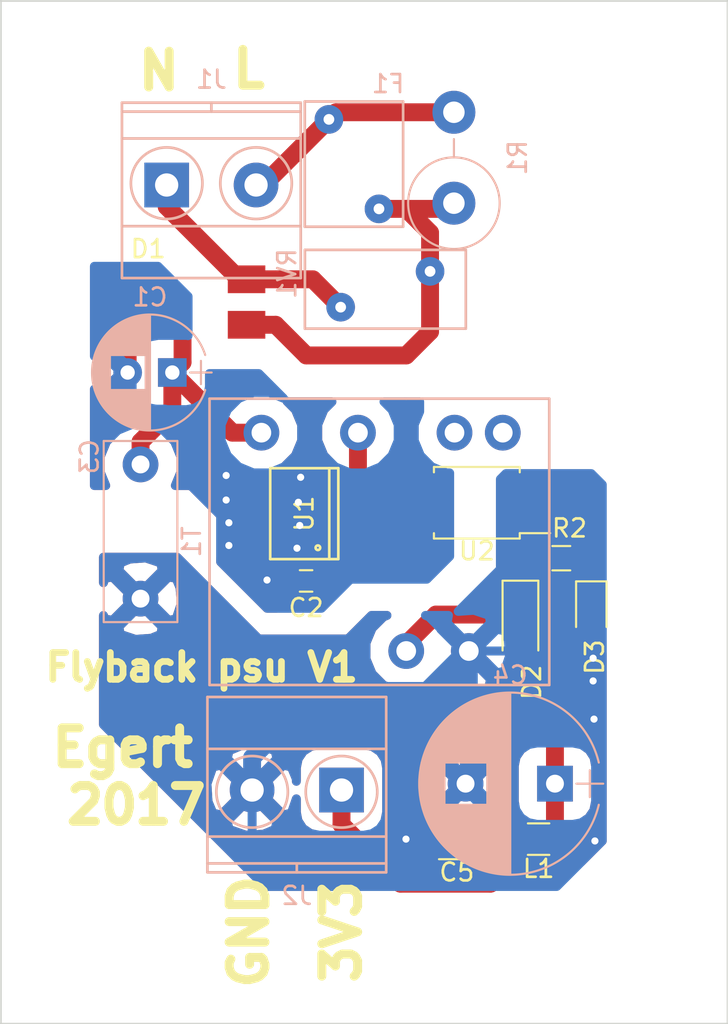
<source format=kicad_pcb>
(kicad_pcb (version 4) (host pcbnew 4.0.6)

  (general
    (links 34)
    (no_connects 0)
    (area 152.349999 74.879999 193.090001 132.130001)
    (thickness 1.6)
    (drawings 12)
    (tracks 142)
    (zones 0)
    (modules 21)
    (nets 14)
  )

  (page A4)
  (layers
    (0 F.Cu signal)
    (31 B.Cu signal)
    (32 B.Adhes user)
    (33 F.Adhes user)
    (34 B.Paste user)
    (35 F.Paste user)
    (36 B.SilkS user)
    (37 F.SilkS user)
    (38 B.Mask user)
    (39 F.Mask user)
    (40 Dwgs.User user)
    (41 Cmts.User user)
    (42 Eco1.User user)
    (43 Eco2.User user hide)
    (44 Edge.Cuts user)
    (45 Margin user)
    (46 B.CrtYd user hide)
    (47 F.CrtYd user)
    (48 B.Fab user hide)
    (49 F.Fab user hide)
  )

  (setup
    (last_trace_width 0.5)
    (user_trace_width 0.5)
    (user_trace_width 1)
    (trace_clearance 0.2)
    (zone_clearance 1)
    (zone_45_only yes)
    (trace_min 0.2)
    (segment_width 0.2)
    (edge_width 0.1)
    (via_size 0.8)
    (via_drill 0.4)
    (via_min_size 0.4)
    (via_min_drill 0.3)
    (uvia_size 0.3)
    (uvia_drill 0.1)
    (uvias_allowed no)
    (uvia_min_size 0.2)
    (uvia_min_drill 0.1)
    (pcb_text_width 0.3)
    (pcb_text_size 1.5 1.5)
    (mod_edge_width 0.15)
    (mod_text_size 1 1)
    (mod_text_width 0.15)
    (pad_size 1.5 1.5)
    (pad_drill 0.6)
    (pad_to_mask_clearance 0)
    (aux_axis_origin 0 0)
    (visible_elements 7FFEFF7F)
    (pcbplotparams
      (layerselection 0x00030_ffffffff)
      (usegerberextensions false)
      (excludeedgelayer true)
      (linewidth 0.100000)
      (plotframeref false)
      (viasonmask false)
      (mode 1)
      (useauxorigin false)
      (hpglpennumber 1)
      (hpglpenspeed 20)
      (hpglpendiameter 15)
      (hpglpenoverlay 2)
      (psnegative false)
      (psa4output false)
      (plotreference true)
      (plotvalue true)
      (plotinvisibletext false)
      (padsonsilk false)
      (subtractmaskfromsilk false)
      (outputformat 1)
      (mirror false)
      (drillshape 1)
      (scaleselection 1)
      (outputdirectory ""))
  )

  (net 0 "")
  (net 1 GND)
  (net 2 /5)
  (net 3 "Net-(C2-Pad1)")
  (net 4 /2)
  (net 5 /3)
  (net 6 /1)
  (net 7 "Net-(U1-Pad2)")
  (net 8 "Net-(T1-Pad4)")
  (net 9 GNDA)
  (net 10 "Net-(C4-Pad1)")
  (net 11 "Net-(C5-Pad1)")
  (net 12 "Net-(D2-Pad2)")
  (net 13 "Net-(D3-Pad1)")

  (net_class Default "This is the default net class."
    (clearance 0.2)
    (trace_width 0.25)
    (via_dia 0.8)
    (via_drill 0.4)
    (uvia_dia 0.3)
    (uvia_drill 0.1)
    (add_net /1)
    (add_net /2)
    (add_net /3)
    (add_net /5)
    (add_net GND)
    (add_net GNDA)
    (add_net "Net-(C2-Pad1)")
    (add_net "Net-(C4-Pad1)")
    (add_net "Net-(C5-Pad1)")
    (add_net "Net-(D2-Pad2)")
    (add_net "Net-(D3-Pad1)")
    (add_net "Net-(T1-Pad4)")
    (add_net "Net-(U1-Pad2)")
  )

  (module EgertKiCad_lib:Flybck_Transformer_M74001 (layer B.Cu) (tedit 594EEDED) (tstamp 594EEDA6)
    (at 175.0695 105.156 270)
    (path /594EECD0)
    (fp_text reference T1 (at 0 12 270) (layer B.SilkS)
      (effects (font (size 1 1) (thickness 0.15)) (justify mirror))
    )
    (fp_text value FlyBckTransformer (at 0 1 540) (layer B.Fab)
      (effects (font (size 1 1) (thickness 0.15)) (justify mirror))
    )
    (fp_line (start -8 11) (end 8 11) (layer B.SilkS) (width 0.15))
    (fp_line (start 8 11) (end 8 -8) (layer B.SilkS) (width 0.15))
    (fp_line (start 8 -8) (end -8 -8) (layer B.SilkS) (width 0.15))
    (fp_line (start -8 -8) (end -8 0) (layer B.SilkS) (width 0.15))
    (fp_line (start -8 0) (end -8 11) (layer B.SilkS) (width 0.15))
    (pad 1 thru_hole circle (at -6.1 -5.4 270) (size 2 2) (drill 1.1) (layers *.Cu *.Mask))
    (pad 2 thru_hole circle (at -6.1 -2.7 270) (size 2 2) (drill 1.1) (layers *.Cu *.Mask))
    (pad 6 thru_hole circle (at -6.1 8.1 270) (size 2 2) (drill 1.1) (layers *.Cu *.Mask)
      (net 2 /5))
    (pad 4 thru_hole circle (at -6.1 2.7 270) (size 2 2) (drill 1.1) (layers *.Cu *.Mask)
      (net 8 "Net-(T1-Pad4)"))
    (pad 10 thru_hole circle (at 6.1 -3.5 270) (size 2 2) (drill 1.1) (layers *.Cu *.Mask)
      (net 9 GNDA))
    (pad 9 thru_hole circle (at 6.1 0 270) (size 2 2) (drill 1.1) (layers *.Cu *.Mask)
      (net 12 "Net-(D2-Pad2)"))
  )

  (module Capacitors_ThroughHole:CP_Radial_D6.3mm_P2.50mm (layer B.Cu) (tedit 5920C257) (tstamp 594ECB05)
    (at 161.9885 95.6945 180)
    (descr "CP, Radial series, Radial, pin pitch=2.50mm, , diameter=6.3mm, Electrolytic Capacitor")
    (tags "CP Radial series Radial pin pitch 2.50mm  diameter 6.3mm Electrolytic Capacitor")
    (path /594EC1D0)
    (fp_text reference C1 (at 1.25 4.21 180) (layer B.SilkS)
      (effects (font (size 1 1) (thickness 0.15)) (justify mirror))
    )
    (fp_text value "2u2 / 400V" (at 1.25 -4.21 180) (layer B.Fab)
      (effects (font (size 1 1) (thickness 0.15)) (justify mirror))
    )
    (fp_arc (start 1.25 0) (end 4.338236 0.98) (angle -35.2) (layer B.SilkS) (width 0.12))
    (fp_arc (start 1.25 0) (end -1.838236 -0.98) (angle 144.8) (layer B.SilkS) (width 0.12))
    (fp_arc (start 1.25 0) (end -1.838236 0.98) (angle -144.8) (layer B.SilkS) (width 0.12))
    (fp_circle (center 1.25 0) (end 4.4 0) (layer B.Fab) (width 0.1))
    (fp_line (start 4.75 3.5) (end -2.25 3.5) (layer B.CrtYd) (width 0.05))
    (fp_line (start 4.75 -3.5) (end 4.75 3.5) (layer B.CrtYd) (width 0.05))
    (fp_line (start -2.25 -3.5) (end 4.75 -3.5) (layer B.CrtYd) (width 0.05))
    (fp_line (start -2.25 3.5) (end -2.25 -3.5) (layer B.CrtYd) (width 0.05))
    (fp_line (start -1.6 0.65) (end -1.6 -0.65) (layer B.SilkS) (width 0.12))
    (fp_line (start -2.2 0) (end -1 0) (layer B.SilkS) (width 0.12))
    (fp_line (start 4.451 0.468) (end 4.451 -0.468) (layer B.SilkS) (width 0.12))
    (fp_line (start 4.411 0.676) (end 4.411 -0.676) (layer B.SilkS) (width 0.12))
    (fp_line (start 4.371 0.834) (end 4.371 -0.834) (layer B.SilkS) (width 0.12))
    (fp_line (start 4.331 0.966) (end 4.331 -0.966) (layer B.SilkS) (width 0.12))
    (fp_line (start 4.291 1.081) (end 4.291 -1.081) (layer B.SilkS) (width 0.12))
    (fp_line (start 4.251 1.184) (end 4.251 -1.184) (layer B.SilkS) (width 0.12))
    (fp_line (start 4.211 1.278) (end 4.211 -1.278) (layer B.SilkS) (width 0.12))
    (fp_line (start 4.171 1.364) (end 4.171 -1.364) (layer B.SilkS) (width 0.12))
    (fp_line (start 4.131 1.445) (end 4.131 -1.445) (layer B.SilkS) (width 0.12))
    (fp_line (start 4.091 1.52) (end 4.091 -1.52) (layer B.SilkS) (width 0.12))
    (fp_line (start 4.051 1.591) (end 4.051 -1.591) (layer B.SilkS) (width 0.12))
    (fp_line (start 4.011 1.658) (end 4.011 -1.658) (layer B.SilkS) (width 0.12))
    (fp_line (start 3.971 1.721) (end 3.971 -1.721) (layer B.SilkS) (width 0.12))
    (fp_line (start 3.931 1.781) (end 3.931 -1.781) (layer B.SilkS) (width 0.12))
    (fp_line (start 3.891 1.839) (end 3.891 -1.839) (layer B.SilkS) (width 0.12))
    (fp_line (start 3.851 1.894) (end 3.851 -1.894) (layer B.SilkS) (width 0.12))
    (fp_line (start 3.811 1.946) (end 3.811 -1.946) (layer B.SilkS) (width 0.12))
    (fp_line (start 3.771 1.997) (end 3.771 -1.997) (layer B.SilkS) (width 0.12))
    (fp_line (start 3.731 2.045) (end 3.731 -2.045) (layer B.SilkS) (width 0.12))
    (fp_line (start 3.691 2.092) (end 3.691 -2.092) (layer B.SilkS) (width 0.12))
    (fp_line (start 3.651 2.137) (end 3.651 -2.137) (layer B.SilkS) (width 0.12))
    (fp_line (start 3.611 2.18) (end 3.611 -2.18) (layer B.SilkS) (width 0.12))
    (fp_line (start 3.571 2.222) (end 3.571 -2.222) (layer B.SilkS) (width 0.12))
    (fp_line (start 3.531 2.262) (end 3.531 -2.262) (layer B.SilkS) (width 0.12))
    (fp_line (start 3.491 2.301) (end 3.491 -2.301) (layer B.SilkS) (width 0.12))
    (fp_line (start 3.451 -0.98) (end 3.451 -2.339) (layer B.SilkS) (width 0.12))
    (fp_line (start 3.451 2.339) (end 3.451 0.98) (layer B.SilkS) (width 0.12))
    (fp_line (start 3.411 -0.98) (end 3.411 -2.375) (layer B.SilkS) (width 0.12))
    (fp_line (start 3.411 2.375) (end 3.411 0.98) (layer B.SilkS) (width 0.12))
    (fp_line (start 3.371 -0.98) (end 3.371 -2.411) (layer B.SilkS) (width 0.12))
    (fp_line (start 3.371 2.411) (end 3.371 0.98) (layer B.SilkS) (width 0.12))
    (fp_line (start 3.331 -0.98) (end 3.331 -2.445) (layer B.SilkS) (width 0.12))
    (fp_line (start 3.331 2.445) (end 3.331 0.98) (layer B.SilkS) (width 0.12))
    (fp_line (start 3.291 -0.98) (end 3.291 -2.478) (layer B.SilkS) (width 0.12))
    (fp_line (start 3.291 2.478) (end 3.291 0.98) (layer B.SilkS) (width 0.12))
    (fp_line (start 3.251 -0.98) (end 3.251 -2.51) (layer B.SilkS) (width 0.12))
    (fp_line (start 3.251 2.51) (end 3.251 0.98) (layer B.SilkS) (width 0.12))
    (fp_line (start 3.211 -0.98) (end 3.211 -2.54) (layer B.SilkS) (width 0.12))
    (fp_line (start 3.211 2.54) (end 3.211 0.98) (layer B.SilkS) (width 0.12))
    (fp_line (start 3.171 -0.98) (end 3.171 -2.57) (layer B.SilkS) (width 0.12))
    (fp_line (start 3.171 2.57) (end 3.171 0.98) (layer B.SilkS) (width 0.12))
    (fp_line (start 3.131 -0.98) (end 3.131 -2.599) (layer B.SilkS) (width 0.12))
    (fp_line (start 3.131 2.599) (end 3.131 0.98) (layer B.SilkS) (width 0.12))
    (fp_line (start 3.091 -0.98) (end 3.091 -2.627) (layer B.SilkS) (width 0.12))
    (fp_line (start 3.091 2.627) (end 3.091 0.98) (layer B.SilkS) (width 0.12))
    (fp_line (start 3.051 -0.98) (end 3.051 -2.654) (layer B.SilkS) (width 0.12))
    (fp_line (start 3.051 2.654) (end 3.051 0.98) (layer B.SilkS) (width 0.12))
    (fp_line (start 3.011 -0.98) (end 3.011 -2.681) (layer B.SilkS) (width 0.12))
    (fp_line (start 3.011 2.681) (end 3.011 0.98) (layer B.SilkS) (width 0.12))
    (fp_line (start 2.971 -0.98) (end 2.971 -2.706) (layer B.SilkS) (width 0.12))
    (fp_line (start 2.971 2.706) (end 2.971 0.98) (layer B.SilkS) (width 0.12))
    (fp_line (start 2.931 -0.98) (end 2.931 -2.731) (layer B.SilkS) (width 0.12))
    (fp_line (start 2.931 2.731) (end 2.931 0.98) (layer B.SilkS) (width 0.12))
    (fp_line (start 2.891 -0.98) (end 2.891 -2.755) (layer B.SilkS) (width 0.12))
    (fp_line (start 2.891 2.755) (end 2.891 0.98) (layer B.SilkS) (width 0.12))
    (fp_line (start 2.851 -0.98) (end 2.851 -2.778) (layer B.SilkS) (width 0.12))
    (fp_line (start 2.851 2.778) (end 2.851 0.98) (layer B.SilkS) (width 0.12))
    (fp_line (start 2.811 -0.98) (end 2.811 -2.8) (layer B.SilkS) (width 0.12))
    (fp_line (start 2.811 2.8) (end 2.811 0.98) (layer B.SilkS) (width 0.12))
    (fp_line (start 2.771 -0.98) (end 2.771 -2.822) (layer B.SilkS) (width 0.12))
    (fp_line (start 2.771 2.822) (end 2.771 0.98) (layer B.SilkS) (width 0.12))
    (fp_line (start 2.731 -0.98) (end 2.731 -2.843) (layer B.SilkS) (width 0.12))
    (fp_line (start 2.731 2.843) (end 2.731 0.98) (layer B.SilkS) (width 0.12))
    (fp_line (start 2.691 -0.98) (end 2.691 -2.863) (layer B.SilkS) (width 0.12))
    (fp_line (start 2.691 2.863) (end 2.691 0.98) (layer B.SilkS) (width 0.12))
    (fp_line (start 2.651 -0.98) (end 2.651 -2.882) (layer B.SilkS) (width 0.12))
    (fp_line (start 2.651 2.882) (end 2.651 0.98) (layer B.SilkS) (width 0.12))
    (fp_line (start 2.611 -0.98) (end 2.611 -2.901) (layer B.SilkS) (width 0.12))
    (fp_line (start 2.611 2.901) (end 2.611 0.98) (layer B.SilkS) (width 0.12))
    (fp_line (start 2.571 -0.98) (end 2.571 -2.919) (layer B.SilkS) (width 0.12))
    (fp_line (start 2.571 2.919) (end 2.571 0.98) (layer B.SilkS) (width 0.12))
    (fp_line (start 2.531 -0.98) (end 2.531 -2.937) (layer B.SilkS) (width 0.12))
    (fp_line (start 2.531 2.937) (end 2.531 0.98) (layer B.SilkS) (width 0.12))
    (fp_line (start 2.491 -0.98) (end 2.491 -2.954) (layer B.SilkS) (width 0.12))
    (fp_line (start 2.491 2.954) (end 2.491 0.98) (layer B.SilkS) (width 0.12))
    (fp_line (start 2.451 -0.98) (end 2.451 -2.97) (layer B.SilkS) (width 0.12))
    (fp_line (start 2.451 2.97) (end 2.451 0.98) (layer B.SilkS) (width 0.12))
    (fp_line (start 2.411 -0.98) (end 2.411 -2.986) (layer B.SilkS) (width 0.12))
    (fp_line (start 2.411 2.986) (end 2.411 0.98) (layer B.SilkS) (width 0.12))
    (fp_line (start 2.371 -0.98) (end 2.371 -3.001) (layer B.SilkS) (width 0.12))
    (fp_line (start 2.371 3.001) (end 2.371 0.98) (layer B.SilkS) (width 0.12))
    (fp_line (start 2.331 -0.98) (end 2.331 -3.015) (layer B.SilkS) (width 0.12))
    (fp_line (start 2.331 3.015) (end 2.331 0.98) (layer B.SilkS) (width 0.12))
    (fp_line (start 2.291 -0.98) (end 2.291 -3.029) (layer B.SilkS) (width 0.12))
    (fp_line (start 2.291 3.029) (end 2.291 0.98) (layer B.SilkS) (width 0.12))
    (fp_line (start 2.251 -0.98) (end 2.251 -3.042) (layer B.SilkS) (width 0.12))
    (fp_line (start 2.251 3.042) (end 2.251 0.98) (layer B.SilkS) (width 0.12))
    (fp_line (start 2.211 -0.98) (end 2.211 -3.055) (layer B.SilkS) (width 0.12))
    (fp_line (start 2.211 3.055) (end 2.211 0.98) (layer B.SilkS) (width 0.12))
    (fp_line (start 2.171 -0.98) (end 2.171 -3.067) (layer B.SilkS) (width 0.12))
    (fp_line (start 2.171 3.067) (end 2.171 0.98) (layer B.SilkS) (width 0.12))
    (fp_line (start 2.131 -0.98) (end 2.131 -3.079) (layer B.SilkS) (width 0.12))
    (fp_line (start 2.131 3.079) (end 2.131 0.98) (layer B.SilkS) (width 0.12))
    (fp_line (start 2.091 -0.98) (end 2.091 -3.09) (layer B.SilkS) (width 0.12))
    (fp_line (start 2.091 3.09) (end 2.091 0.98) (layer B.SilkS) (width 0.12))
    (fp_line (start 2.051 -0.98) (end 2.051 -3.1) (layer B.SilkS) (width 0.12))
    (fp_line (start 2.051 3.1) (end 2.051 0.98) (layer B.SilkS) (width 0.12))
    (fp_line (start 2.011 -0.98) (end 2.011 -3.11) (layer B.SilkS) (width 0.12))
    (fp_line (start 2.011 3.11) (end 2.011 0.98) (layer B.SilkS) (width 0.12))
    (fp_line (start 1.971 -0.98) (end 1.971 -3.119) (layer B.SilkS) (width 0.12))
    (fp_line (start 1.971 3.119) (end 1.971 0.98) (layer B.SilkS) (width 0.12))
    (fp_line (start 1.93 -0.98) (end 1.93 -3.128) (layer B.SilkS) (width 0.12))
    (fp_line (start 1.93 3.128) (end 1.93 0.98) (layer B.SilkS) (width 0.12))
    (fp_line (start 1.89 -0.98) (end 1.89 -3.137) (layer B.SilkS) (width 0.12))
    (fp_line (start 1.89 3.137) (end 1.89 0.98) (layer B.SilkS) (width 0.12))
    (fp_line (start 1.85 -0.98) (end 1.85 -3.144) (layer B.SilkS) (width 0.12))
    (fp_line (start 1.85 3.144) (end 1.85 0.98) (layer B.SilkS) (width 0.12))
    (fp_line (start 1.81 -0.98) (end 1.81 -3.152) (layer B.SilkS) (width 0.12))
    (fp_line (start 1.81 3.152) (end 1.81 0.98) (layer B.SilkS) (width 0.12))
    (fp_line (start 1.77 -0.98) (end 1.77 -3.158) (layer B.SilkS) (width 0.12))
    (fp_line (start 1.77 3.158) (end 1.77 0.98) (layer B.SilkS) (width 0.12))
    (fp_line (start 1.73 -0.98) (end 1.73 -3.165) (layer B.SilkS) (width 0.12))
    (fp_line (start 1.73 3.165) (end 1.73 0.98) (layer B.SilkS) (width 0.12))
    (fp_line (start 1.69 -0.98) (end 1.69 -3.17) (layer B.SilkS) (width 0.12))
    (fp_line (start 1.69 3.17) (end 1.69 0.98) (layer B.SilkS) (width 0.12))
    (fp_line (start 1.65 -0.98) (end 1.65 -3.176) (layer B.SilkS) (width 0.12))
    (fp_line (start 1.65 3.176) (end 1.65 0.98) (layer B.SilkS) (width 0.12))
    (fp_line (start 1.61 -0.98) (end 1.61 -3.18) (layer B.SilkS) (width 0.12))
    (fp_line (start 1.61 3.18) (end 1.61 0.98) (layer B.SilkS) (width 0.12))
    (fp_line (start 1.57 -0.98) (end 1.57 -3.185) (layer B.SilkS) (width 0.12))
    (fp_line (start 1.57 3.185) (end 1.57 0.98) (layer B.SilkS) (width 0.12))
    (fp_line (start 1.53 -0.98) (end 1.53 -3.188) (layer B.SilkS) (width 0.12))
    (fp_line (start 1.53 3.188) (end 1.53 0.98) (layer B.SilkS) (width 0.12))
    (fp_line (start 1.49 3.192) (end 1.49 -3.192) (layer B.SilkS) (width 0.12))
    (fp_line (start 1.45 3.194) (end 1.45 -3.194) (layer B.SilkS) (width 0.12))
    (fp_line (start 1.41 3.197) (end 1.41 -3.197) (layer B.SilkS) (width 0.12))
    (fp_line (start 1.37 3.198) (end 1.37 -3.198) (layer B.SilkS) (width 0.12))
    (fp_line (start 1.33 3.2) (end 1.33 -3.2) (layer B.SilkS) (width 0.12))
    (fp_line (start 1.29 3.2) (end 1.29 -3.2) (layer B.SilkS) (width 0.12))
    (fp_line (start 1.25 3.2) (end 1.25 -3.2) (layer B.SilkS) (width 0.12))
    (fp_line (start -1.6 0.65) (end -1.6 -0.65) (layer B.Fab) (width 0.1))
    (fp_line (start -2.2 0) (end -1 0) (layer B.Fab) (width 0.1))
    (fp_text user %R (at 1.1 0 180) (layer B.Fab)
      (effects (font (size 1 1) (thickness 0.15)) (justify mirror))
    )
    (pad 2 thru_hole circle (at 2.5 0 180) (size 1.6 1.6) (drill 0.8) (layers *.Cu *.Mask)
      (net 1 GND))
    (pad 1 thru_hole rect (at 0 0 180) (size 1.6 1.6) (drill 0.8) (layers *.Cu *.Mask)
      (net 2 /5))
    (model ${KISYS3DMOD}/Capacitors_THT.3dshapes/CP_Radial_D6.3mm_P2.50mm.wrl
      (at (xyz 0 0 0))
      (scale (xyz 1 1 1))
      (rotate (xyz 0 0 0))
    )
  )

  (module Capacitors_SMD:C_0603 (layer F.Cu) (tedit 58AA844E) (tstamp 594ECB16)
    (at 169.4688 107.3404 180)
    (descr "Capacitor SMD 0603, reflow soldering, AVX (see smccp.pdf)")
    (tags "capacitor 0603")
    (path /594EDC3F)
    (attr smd)
    (fp_text reference C2 (at 0 -1.5 180) (layer F.SilkS)
      (effects (font (size 1 1) (thickness 0.15)))
    )
    (fp_text value "100nF / 16V" (at 0 1.5 180) (layer F.Fab)
      (effects (font (size 1 1) (thickness 0.15)))
    )
    (fp_line (start 1.4 0.65) (end -1.4 0.65) (layer F.CrtYd) (width 0.05))
    (fp_line (start 1.4 0.65) (end 1.4 -0.65) (layer F.CrtYd) (width 0.05))
    (fp_line (start -1.4 -0.65) (end -1.4 0.65) (layer F.CrtYd) (width 0.05))
    (fp_line (start -1.4 -0.65) (end 1.4 -0.65) (layer F.CrtYd) (width 0.05))
    (fp_line (start 0.35 0.6) (end -0.35 0.6) (layer F.SilkS) (width 0.12))
    (fp_line (start -0.35 -0.6) (end 0.35 -0.6) (layer F.SilkS) (width 0.12))
    (fp_line (start -0.8 -0.4) (end 0.8 -0.4) (layer F.Fab) (width 0.1))
    (fp_line (start 0.8 -0.4) (end 0.8 0.4) (layer F.Fab) (width 0.1))
    (fp_line (start 0.8 0.4) (end -0.8 0.4) (layer F.Fab) (width 0.1))
    (fp_line (start -0.8 0.4) (end -0.8 -0.4) (layer F.Fab) (width 0.1))
    (fp_text user %R (at 0 -1.5 180) (layer F.Fab)
      (effects (font (size 1 1) (thickness 0.15)))
    )
    (pad 2 smd rect (at 0.75 0 180) (size 0.8 0.75) (layers F.Cu F.Paste F.Mask)
      (net 1 GND))
    (pad 1 smd rect (at -0.75 0 180) (size 0.8 0.75) (layers F.Cu F.Paste F.Mask)
      (net 3 "Net-(C2-Pad1)"))
    (model Capacitors_SMD.3dshapes/C_0603.wrl
      (at (xyz 0 0 0))
      (scale (xyz 1 1 1))
      (rotate (xyz 0 0 0))
    )
  )

  (module EgertKiCad_lib:SOIC-4 (layer F.Cu) (tedit 5826DD07) (tstamp 594ECB1E)
    (at 159.639 90.4875 270)
    (path /5987150B)
    (fp_text reference D1 (at -1.7 -1 360) (layer F.SilkS)
      (effects (font (size 1 1) (thickness 0.15)))
    )
    (fp_text value MB8S (at -3.2 -1.7 360) (layer F.Fab)
      (effects (font (size 1 1) (thickness 0.15)))
    )
    (pad 4 smd rect (at 0 -6.5 270) (size 1.55 2.1) (layers F.Cu F.Paste F.Mask)
      (net 5 /3))
    (pad 3 smd rect (at 2.54 -6.5 270) (size 1.55 2.1) (layers F.Cu F.Paste F.Mask)
      (net 4 /2))
    (pad 2 smd rect (at 2.54 0 270) (size 1.55 2.1) (layers F.Cu F.Paste F.Mask)
      (net 1 GND))
    (pad 1 smd rect (at 0 0 270) (size 1.55 2.1) (layers F.Cu F.Paste F.Mask)
      (net 2 /5))
  )

  (module Varistors:RV_Disc_D7_W5.5_P5 (layer B.Cu) (tedit 5950084E) (tstamp 594ECB2C)
    (at 173.5455 86.5505 90)
    (tags "varistor SIOV")
    (path /594EA108)
    (fp_text reference F1 (at 6.985 0.508 360) (layer B.SilkS)
      (effects (font (size 1 1) (thickness 0.15)) (justify mirror))
    )
    (fp_text value Polyfuse (at 2.5 2.35 90) (layer B.Fab)
      (effects (font (size 1 1) (thickness 0.15)) (justify mirror))
    )
    (fp_line (start -1 1.35) (end -1 -4.15) (layer B.SilkS) (width 0.15))
    (fp_line (start 6 1.35) (end 6 -4.15) (layer B.SilkS) (width 0.15))
    (fp_line (start -1 1.35) (end 6 1.35) (layer B.SilkS) (width 0.15))
    (fp_line (start -1 -4.15) (end 6 -4.15) (layer B.SilkS) (width 0.15))
    (fp_line (start -1.25 1.6) (end -1.25 -4.4) (layer B.CrtYd) (width 0.05))
    (fp_line (start 6.25 1.6) (end 6.25 -4.4) (layer B.CrtYd) (width 0.05))
    (fp_line (start -1.25 1.6) (end 6.25 1.6) (layer B.CrtYd) (width 0.05))
    (fp_line (start -1.25 -4.4) (end 6.25 -4.4) (layer B.CrtYd) (width 0.05))
    (pad 2 thru_hole circle (at 5 -2.8 90) (size 1.6 1.6) (drill 0.6) (layers *.Cu *.Mask)
      (net 6 /1))
    (pad 1 thru_hole circle (at 0 0 90) (size 1.6 1.6) (drill 0.6) (layers *.Cu *.Mask)
      (net 4 /2))
  )

  (module Terminal_Blocks:TerminalBlock_Pheonix_MKDS1.5-2pol (layer B.Cu) (tedit 563007E4) (tstamp 594ECB40)
    (at 161.671 85.217)
    (descr "2-way 5mm pitch terminal block, Phoenix MKDS series")
    (path /594EA38F)
    (fp_text reference J1 (at 2.5 -5.9) (layer B.SilkS)
      (effects (font (size 1 1) (thickness 0.15)) (justify mirror))
    )
    (fp_text value CONN_01X02 (at 2.5 6.6) (layer B.Fab)
      (effects (font (size 1 1) (thickness 0.15)) (justify mirror))
    )
    (fp_line (start -2.5 5.2) (end -2.5 -4.6) (layer B.SilkS) (width 0.15))
    (fp_line (start 7.5 5.2) (end -2.5 5.2) (layer B.SilkS) (width 0.15))
    (fp_line (start 7.5 -4.6) (end 7.5 5.2) (layer B.SilkS) (width 0.15))
    (fp_line (start -2.5 -4.6) (end 7.5 -4.6) (layer B.SilkS) (width 0.15))
    (fp_line (start -2.5 -4.1) (end 7.5 -4.1) (layer B.SilkS) (width 0.15))
    (fp_line (start -2.5 2.3) (end 7.5 2.3) (layer B.SilkS) (width 0.15))
    (fp_line (start -2.5 -2.6) (end 7.5 -2.6) (layer B.SilkS) (width 0.15))
    (fp_circle (center 0 -0.1) (end 2 -0.1) (layer B.SilkS) (width 0.15))
    (fp_circle (center 5 -0.1) (end 3 -0.1) (layer B.SilkS) (width 0.15))
    (fp_line (start 2.5 -4.1) (end 2.5 -4.6) (layer B.SilkS) (width 0.15))
    (fp_line (start 7.7 5.4) (end 7.7 -4.8) (layer B.CrtYd) (width 0.05))
    (fp_line (start 7.7 -4.8) (end -2.7 -4.8) (layer B.CrtYd) (width 0.05))
    (fp_line (start -2.7 -4.8) (end -2.7 5.4) (layer B.CrtYd) (width 0.05))
    (fp_line (start -2.7 5.4) (end 7.7 5.4) (layer B.CrtYd) (width 0.05))
    (pad 2 thru_hole circle (at 5 0) (size 2.5 2.5) (drill 1.3) (layers *.Cu *.Mask)
      (net 6 /1))
    (pad 1 thru_hole rect (at 0 0) (size 2.5 2.5) (drill 1.3) (layers *.Cu *.Mask)
      (net 5 /3))
    (model Terminal_Blocks.3dshapes/TerminalBlock_Pheonix_MKDS1.5-2pol.wrl
      (at (xyz 0.0984 0 0))
      (scale (xyz 1 1 1))
      (rotate (xyz 0 0 0))
    )
  )

  (module Resistors_ThroughHole:R_Axial_DIN0516_L15.5mm_D5.0mm_P5.08mm_Vertical (layer B.Cu) (tedit 5874F706) (tstamp 594ECB4E)
    (at 177.7365 86.233 90)
    (descr "Resistor, Axial_DIN0516 series, Axial, Vertical, pin pitch=5.08mm, 2W, length*diameter=15.5*5mm^2, http://cdn-reichelt.de/documents/datenblatt/B400/1_4W%23YAG.pdf")
    (tags "Resistor Axial_DIN0516 series Axial Vertical pin pitch 5.08mm 2W length 15.5mm diameter 5mm")
    (path /594E9953)
    (fp_text reference R1 (at 2.54 3.56 90) (layer B.SilkS)
      (effects (font (size 1 1) (thickness 0.15)) (justify mirror))
    )
    (fp_text value "10R / 2W / Wirewound Resistors" (at 2.54 -3.56 90) (layer B.Fab)
      (effects (font (size 1 1) (thickness 0.15)) (justify mirror))
    )
    (fp_line (start 6.6 2.85) (end -2.85 2.85) (layer B.CrtYd) (width 0.05))
    (fp_line (start 6.6 -2.85) (end 6.6 2.85) (layer B.CrtYd) (width 0.05))
    (fp_line (start -2.85 -2.85) (end 6.6 -2.85) (layer B.CrtYd) (width 0.05))
    (fp_line (start -2.85 2.85) (end -2.85 -2.85) (layer B.CrtYd) (width 0.05))
    (fp_line (start 2.56 0) (end 3.58 0) (layer B.SilkS) (width 0.12))
    (fp_line (start 0 0) (end 5.08 0) (layer B.Fab) (width 0.1))
    (fp_circle (center 0 0) (end 2.56 0) (layer B.SilkS) (width 0.12))
    (fp_circle (center 0 0) (end 2.5 0) (layer B.Fab) (width 0.1))
    (pad 2 thru_hole oval (at 5.08 0 90) (size 2.4 2.4) (drill 1.2) (layers *.Cu *.Mask)
      (net 6 /1))
    (pad 1 thru_hole circle (at 0 0 90) (size 2.4 2.4) (drill 1.2) (layers *.Cu *.Mask)
      (net 4 /2))
    (model Resistors_THT.3dshapes/R_Axial_DIN0516_L15.5mm_D5.0mm_P5.08mm_Vertical.wrl
      (at (xyz 0 0 0))
      (scale (xyz 0.393701 0.393701 0.393701))
      (rotate (xyz 0 0 0))
    )
  )

  (module Varistors:RV_Disc_D9_W4.4_P5 (layer B.Cu) (tedit 59500844) (tstamp 594ECB5C)
    (at 176.403 90.043 180)
    (tags "varistor SIOV")
    (path /594EA24D)
    (fp_text reference RV1 (at 8.001 -0.127 270) (layer B.SilkS)
      (effects (font (size 1 1) (thickness 0.15)) (justify mirror))
    )
    (fp_text value "Varistor, 275VAC,350DC" (at 2.5 2.2 180) (layer B.Fab)
      (effects (font (size 1 1) (thickness 0.15)) (justify mirror))
    )
    (fp_line (start -2 1.2) (end -2 -3.2) (layer B.SilkS) (width 0.15))
    (fp_line (start 7 1.2) (end 7 -3.2) (layer B.SilkS) (width 0.15))
    (fp_line (start -2 1.2) (end 7 1.2) (layer B.SilkS) (width 0.15))
    (fp_line (start -2 -3.2) (end 7 -3.2) (layer B.SilkS) (width 0.15))
    (fp_line (start -2.25 1.45) (end -2.25 -3.45) (layer B.CrtYd) (width 0.05))
    (fp_line (start 7.25 1.45) (end 7.25 -3.45) (layer B.CrtYd) (width 0.05))
    (fp_line (start -2.25 1.45) (end 7.25 1.45) (layer B.CrtYd) (width 0.05))
    (fp_line (start -2.25 -3.45) (end 7.25 -3.45) (layer B.CrtYd) (width 0.05))
    (pad 2 thru_hole circle (at 5 -2 180) (size 1.6 1.6) (drill 0.6) (layers *.Cu *.Mask)
      (net 5 /3))
    (pad 1 thru_hole circle (at 0 0 180) (size 1.6 1.6) (drill 0.6) (layers *.Cu *.Mask)
      (net 4 /2))
  )

  (module Power_Integrations:SO-8C (layer F.Cu) (tedit 0) (tstamp 594ECB6D)
    (at 169.3672 103.5812 90)
    (descr "SO-8 Modified Surface Mount Small Outline 150mil 8pin Package")
    (tags "Power Integrations D Package")
    (path /594ED150)
    (fp_text reference U1 (at 0 0 90) (layer F.SilkS)
      (effects (font (size 1 1) (thickness 0.15)))
    )
    (fp_text value LNK363D (at 0 0 90) (layer F.Fab)
      (effects (font (size 1 1) (thickness 0.15)))
    )
    (fp_line (start 2.54 1.905) (end 2.54 -1.905) (layer F.SilkS) (width 0.15))
    (fp_line (start -2.54 1.905) (end -2.54 -1.905) (layer F.SilkS) (width 0.15))
    (fp_line (start -2.54 1.905) (end 2.54 1.905) (layer F.SilkS) (width 0.15))
    (fp_line (start -2.54 -1.905) (end 2.54 -1.905) (layer F.SilkS) (width 0.15))
    (fp_line (start -2.54 1.397) (end 2.54 1.397) (layer F.SilkS) (width 0.15))
    (fp_circle (center -1.905 0.762) (end -1.778 0.762) (layer F.SilkS) (width 0.15))
    (pad 8 smd oval (at -1.905 -2.794 90) (size 0.6096 1.4732) (layers F.Cu F.Paste F.Mask)
      (net 1 GND))
    (pad 7 smd oval (at -0.635 -2.794 90) (size 0.6096 1.4732) (layers F.Cu F.Paste F.Mask)
      (net 1 GND))
    (pad 6 smd oval (at 0.635 -2.794 90) (size 0.6096 1.4732) (layers F.Cu F.Paste F.Mask)
      (net 1 GND))
    (pad 5 smd oval (at 1.905 -2.794 90) (size 0.6096 1.4732) (layers F.Cu F.Paste F.Mask)
      (net 1 GND))
    (pad 4 smd oval (at 1.905 2.794 90) (size 0.6096 1.4732) (layers F.Cu F.Paste F.Mask)
      (net 8 "Net-(T1-Pad4)"))
    (pad 2 smd oval (at -0.635 2.794 90) (size 0.6096 1.4732) (layers F.Cu F.Paste F.Mask)
      (net 7 "Net-(U1-Pad2)"))
    (pad 1 smd oval (at -1.905 2.794 90) (size 0.6096 1.4732) (layers F.Cu F.Paste F.Mask)
      (net 3 "Net-(C2-Pad1)"))
  )

  (module Housings_SOIC:SO-4_4.4x3.6mm_Pitch2.54mm (layer F.Cu) (tedit 591B44BA) (tstamp 594ECB86)
    (at 179.0192 102.9716 180)
    (descr "4-Lead Plastic Small Outline (SO), see https://www.elpro.org/de/index.php?controller=attachment&id_attachment=339")
    (tags "SO SOIC 2.54")
    (path /594EDF65)
    (attr smd)
    (fp_text reference U2 (at 0 -2.7 180) (layer F.SilkS)
      (effects (font (size 1 1) (thickness 0.15)))
    )
    (fp_text value LTV-817 (at 0 2.8 180) (layer F.Fab)
      (effects (font (size 1 1) (thickness 0.15)))
    )
    (fp_line (start 4.4 2.05) (end -4.4 2.05) (layer F.CrtYd) (width 0.05))
    (fp_line (start 4.4 2.05) (end 4.4 -2.05) (layer F.CrtYd) (width 0.05))
    (fp_line (start -4.4 -2.05) (end -4.4 2.05) (layer F.CrtYd) (width 0.05))
    (fp_line (start -4.4 -2.05) (end 4.4 -2.05) (layer F.CrtYd) (width 0.05))
    (fp_line (start -1.4 -1.8) (end 2.2 -1.8) (layer F.Fab) (width 0.12))
    (fp_line (start -2.2 -1) (end -1.4 -1.8) (layer F.Fab) (width 0.12))
    (fp_line (start -2.2 1.8) (end -2.2 -1) (layer F.Fab) (width 0.12))
    (fp_line (start 2.2 1.8) (end -2.2 1.8) (layer F.Fab) (width 0.12))
    (fp_line (start 2.2 -1.8) (end 2.2 1.8) (layer F.Fab) (width 0.12))
    (fp_line (start 2.4 -2) (end 2.4 -1.7) (layer F.SilkS) (width 0.12))
    (fp_line (start -2.4 -2) (end 2.4 -2) (layer F.SilkS) (width 0.12))
    (fp_line (start -2.4 -1.7) (end -2.4 -2) (layer F.SilkS) (width 0.12))
    (fp_line (start -2.4 2) (end -2.4 1.7) (layer F.SilkS) (width 0.12))
    (fp_line (start 2.4 2) (end -2.4 2) (layer F.SilkS) (width 0.12))
    (fp_line (start 2.4 1.7) (end 2.4 2) (layer F.SilkS) (width 0.12))
    (fp_text user %R (at 0 -0.065 180) (layer F.Fab)
      (effects (font (size 1 1) (thickness 0.15)))
    )
    (fp_line (start -2.4 -1.7) (end -4.1 -1.7) (layer F.SilkS) (width 0.12))
    (pad 4 smd rect (at 3.15 -1.27 180) (size 2 0.64) (layers F.Cu F.Paste F.Mask)
      (net 3 "Net-(C2-Pad1)"))
    (pad 3 smd rect (at 3.15 1.27 180) (size 2 0.64) (layers F.Cu F.Paste F.Mask)
      (net 7 "Net-(U1-Pad2)"))
    (pad 2 smd rect (at -3.15 1.27 180) (size 2 0.64) (layers F.Cu F.Paste F.Mask)
      (net 13 "Net-(D3-Pad1)"))
    (pad 1 smd rect (at -3.15 -1.27 180) (size 2 0.64) (layers F.Cu F.Paste F.Mask)
      (net 10 "Net-(C4-Pad1)"))
    (model ${KISYS3DMOD}/Housings_SOIC.3dshapes/SO-4_4.4x3.6mm_Pitch2.54mm.wrl
      (at (xyz 0 0.0005905512 0))
      (scale (xyz 1 1 1))
      (rotate (xyz 0 0 0))
    )
  )

  (module Capacitors_ThroughHole:C_Rect_L10.0mm_W4.0mm_P7.50mm_MKS4 (layer B.Cu) (tedit 59871EF5) (tstamp 594FDA89)
    (at 160.2105 108.331 90)
    (descr "C, Rect series, Radial, pin pitch=7.50mm, , length*width=10*4.0mm^2, Capacitor, http://www.wima.com/EN/WIMA_MKS_4.pdf")
    (tags "C Rect series Radial pin pitch 7.50mm  length 10mm width 4.0mm Capacitor")
    (path /594FB78C)
    (fp_text reference C3 (at 7.9375 -2.8575 90) (layer B.SilkS)
      (effects (font (size 1 1) (thickness 0.15)) (justify mirror))
    )
    (fp_text value 2n2 (at 3.75 -3.06 90) (layer B.Fab)
      (effects (font (size 1 1) (thickness 0.15)) (justify mirror))
    )
    (fp_text user %R (at 3.75 0 90) (layer B.Fab)
      (effects (font (size 1 1) (thickness 0.15)) (justify mirror))
    )
    (fp_line (start -1.25 2) (end -1.25 -2) (layer B.Fab) (width 0.1))
    (fp_line (start -1.25 -2) (end 8.75 -2) (layer B.Fab) (width 0.1))
    (fp_line (start 8.75 -2) (end 8.75 2) (layer B.Fab) (width 0.1))
    (fp_line (start 8.75 2) (end -1.25 2) (layer B.Fab) (width 0.1))
    (fp_line (start -1.31 2.06) (end 8.81 2.06) (layer B.SilkS) (width 0.12))
    (fp_line (start -1.31 -2.06) (end 8.81 -2.06) (layer B.SilkS) (width 0.12))
    (fp_line (start -1.31 2.06) (end -1.31 -2.06) (layer B.SilkS) (width 0.12))
    (fp_line (start 8.81 2.06) (end 8.81 -2.06) (layer B.SilkS) (width 0.12))
    (fp_line (start -1.6 2.35) (end -1.6 -2.35) (layer B.CrtYd) (width 0.05))
    (fp_line (start -1.6 -2.35) (end 9.1 -2.35) (layer B.CrtYd) (width 0.05))
    (fp_line (start 9.1 -2.35) (end 9.1 2.35) (layer B.CrtYd) (width 0.05))
    (fp_line (start 9.1 2.35) (end -1.6 2.35) (layer B.CrtYd) (width 0.05))
    (pad 1 thru_hole circle (at 0 0 90) (size 2 2) (drill 1) (layers *.Cu *.Mask)
      (net 9 GNDA))
    (pad 2 thru_hole circle (at 7.5 0 90) (size 2 2) (drill 1) (layers *.Cu *.Mask)
      (net 2 /5))
    (model ${KISYS3DMOD}/Capacitors_THT.3dshapes/C_Rect_L10.0mm_W4.0mm_P7.50mm_MKS4.wrl
      (at (xyz 0 0 0))
      (scale (xyz 1 1 1))
      (rotate (xyz 0 0 0))
    )
  )

  (module Capacitors_ThroughHole:CP_Radial_D10.0mm_P5.00mm (layer B.Cu) (tedit 5920C255) (tstamp 594FDB57)
    (at 183.388 118.6688 180)
    (descr "CP, Radial series, Radial, pin pitch=5.00mm, , diameter=10mm, Electrolytic Capacitor")
    (tags "CP Radial series Radial pin pitch 5.00mm  diameter 10mm Electrolytic Capacitor")
    (path /594FE76B)
    (fp_text reference C4 (at 2.5 6.06 180) (layer B.SilkS)
      (effects (font (size 1 1) (thickness 0.15)) (justify mirror))
    )
    (fp_text value 1000u (at 2.5 -6.06 180) (layer B.Fab)
      (effects (font (size 1 1) (thickness 0.15)) (justify mirror))
    )
    (fp_text user %R (at 2.4 0 180) (layer B.Fab)
      (effects (font (size 1 1) (thickness 0.15)) (justify mirror))
    )
    (fp_line (start -2.7 0) (end -1.2 0) (layer B.Fab) (width 0.1))
    (fp_line (start -1.95 0.75) (end -1.95 -0.75) (layer B.Fab) (width 0.1))
    (fp_line (start 2.5 5.05) (end 2.5 -5.05) (layer B.SilkS) (width 0.12))
    (fp_line (start 2.54 5.05) (end 2.54 -5.05) (layer B.SilkS) (width 0.12))
    (fp_line (start 2.58 5.05) (end 2.58 -5.05) (layer B.SilkS) (width 0.12))
    (fp_line (start 2.62 5.049) (end 2.62 -5.049) (layer B.SilkS) (width 0.12))
    (fp_line (start 2.66 5.048) (end 2.66 -5.048) (layer B.SilkS) (width 0.12))
    (fp_line (start 2.7 5.047) (end 2.7 -5.047) (layer B.SilkS) (width 0.12))
    (fp_line (start 2.74 5.045) (end 2.74 -5.045) (layer B.SilkS) (width 0.12))
    (fp_line (start 2.78 5.043) (end 2.78 -5.043) (layer B.SilkS) (width 0.12))
    (fp_line (start 2.82 5.04) (end 2.82 -5.04) (layer B.SilkS) (width 0.12))
    (fp_line (start 2.86 5.038) (end 2.86 -5.038) (layer B.SilkS) (width 0.12))
    (fp_line (start 2.9 5.035) (end 2.9 -5.035) (layer B.SilkS) (width 0.12))
    (fp_line (start 2.94 5.031) (end 2.94 -5.031) (layer B.SilkS) (width 0.12))
    (fp_line (start 2.98 5.028) (end 2.98 -5.028) (layer B.SilkS) (width 0.12))
    (fp_line (start 3.02 5.024) (end 3.02 -5.024) (layer B.SilkS) (width 0.12))
    (fp_line (start 3.06 5.02) (end 3.06 -5.02) (layer B.SilkS) (width 0.12))
    (fp_line (start 3.1 5.015) (end 3.1 -5.015) (layer B.SilkS) (width 0.12))
    (fp_line (start 3.14 5.01) (end 3.14 -5.01) (layer B.SilkS) (width 0.12))
    (fp_line (start 3.18 5.005) (end 3.18 -5.005) (layer B.SilkS) (width 0.12))
    (fp_line (start 3.221 4.999) (end 3.221 -4.999) (layer B.SilkS) (width 0.12))
    (fp_line (start 3.261 4.993) (end 3.261 -4.993) (layer B.SilkS) (width 0.12))
    (fp_line (start 3.301 4.987) (end 3.301 -4.987) (layer B.SilkS) (width 0.12))
    (fp_line (start 3.341 4.981) (end 3.341 -4.981) (layer B.SilkS) (width 0.12))
    (fp_line (start 3.381 4.974) (end 3.381 -4.974) (layer B.SilkS) (width 0.12))
    (fp_line (start 3.421 4.967) (end 3.421 -4.967) (layer B.SilkS) (width 0.12))
    (fp_line (start 3.461 4.959) (end 3.461 -4.959) (layer B.SilkS) (width 0.12))
    (fp_line (start 3.501 4.951) (end 3.501 -4.951) (layer B.SilkS) (width 0.12))
    (fp_line (start 3.541 4.943) (end 3.541 -4.943) (layer B.SilkS) (width 0.12))
    (fp_line (start 3.581 4.935) (end 3.581 -4.935) (layer B.SilkS) (width 0.12))
    (fp_line (start 3.621 4.926) (end 3.621 -4.926) (layer B.SilkS) (width 0.12))
    (fp_line (start 3.661 4.917) (end 3.661 -4.917) (layer B.SilkS) (width 0.12))
    (fp_line (start 3.701 4.907) (end 3.701 -4.907) (layer B.SilkS) (width 0.12))
    (fp_line (start 3.741 4.897) (end 3.741 -4.897) (layer B.SilkS) (width 0.12))
    (fp_line (start 3.781 4.887) (end 3.781 -4.887) (layer B.SilkS) (width 0.12))
    (fp_line (start 3.821 4.876) (end 3.821 1.181) (layer B.SilkS) (width 0.12))
    (fp_line (start 3.821 -1.181) (end 3.821 -4.876) (layer B.SilkS) (width 0.12))
    (fp_line (start 3.861 4.865) (end 3.861 1.181) (layer B.SilkS) (width 0.12))
    (fp_line (start 3.861 -1.181) (end 3.861 -4.865) (layer B.SilkS) (width 0.12))
    (fp_line (start 3.901 4.854) (end 3.901 1.181) (layer B.SilkS) (width 0.12))
    (fp_line (start 3.901 -1.181) (end 3.901 -4.854) (layer B.SilkS) (width 0.12))
    (fp_line (start 3.941 4.843) (end 3.941 1.181) (layer B.SilkS) (width 0.12))
    (fp_line (start 3.941 -1.181) (end 3.941 -4.843) (layer B.SilkS) (width 0.12))
    (fp_line (start 3.981 4.831) (end 3.981 1.181) (layer B.SilkS) (width 0.12))
    (fp_line (start 3.981 -1.181) (end 3.981 -4.831) (layer B.SilkS) (width 0.12))
    (fp_line (start 4.021 4.818) (end 4.021 1.181) (layer B.SilkS) (width 0.12))
    (fp_line (start 4.021 -1.181) (end 4.021 -4.818) (layer B.SilkS) (width 0.12))
    (fp_line (start 4.061 4.806) (end 4.061 1.181) (layer B.SilkS) (width 0.12))
    (fp_line (start 4.061 -1.181) (end 4.061 -4.806) (layer B.SilkS) (width 0.12))
    (fp_line (start 4.101 4.792) (end 4.101 1.181) (layer B.SilkS) (width 0.12))
    (fp_line (start 4.101 -1.181) (end 4.101 -4.792) (layer B.SilkS) (width 0.12))
    (fp_line (start 4.141 4.779) (end 4.141 1.181) (layer B.SilkS) (width 0.12))
    (fp_line (start 4.141 -1.181) (end 4.141 -4.779) (layer B.SilkS) (width 0.12))
    (fp_line (start 4.181 4.765) (end 4.181 1.181) (layer B.SilkS) (width 0.12))
    (fp_line (start 4.181 -1.181) (end 4.181 -4.765) (layer B.SilkS) (width 0.12))
    (fp_line (start 4.221 4.751) (end 4.221 1.181) (layer B.SilkS) (width 0.12))
    (fp_line (start 4.221 -1.181) (end 4.221 -4.751) (layer B.SilkS) (width 0.12))
    (fp_line (start 4.261 4.737) (end 4.261 1.181) (layer B.SilkS) (width 0.12))
    (fp_line (start 4.261 -1.181) (end 4.261 -4.737) (layer B.SilkS) (width 0.12))
    (fp_line (start 4.301 4.722) (end 4.301 1.181) (layer B.SilkS) (width 0.12))
    (fp_line (start 4.301 -1.181) (end 4.301 -4.722) (layer B.SilkS) (width 0.12))
    (fp_line (start 4.341 4.706) (end 4.341 1.181) (layer B.SilkS) (width 0.12))
    (fp_line (start 4.341 -1.181) (end 4.341 -4.706) (layer B.SilkS) (width 0.12))
    (fp_line (start 4.381 4.691) (end 4.381 1.181) (layer B.SilkS) (width 0.12))
    (fp_line (start 4.381 -1.181) (end 4.381 -4.691) (layer B.SilkS) (width 0.12))
    (fp_line (start 4.421 4.674) (end 4.421 1.181) (layer B.SilkS) (width 0.12))
    (fp_line (start 4.421 -1.181) (end 4.421 -4.674) (layer B.SilkS) (width 0.12))
    (fp_line (start 4.461 4.658) (end 4.461 1.181) (layer B.SilkS) (width 0.12))
    (fp_line (start 4.461 -1.181) (end 4.461 -4.658) (layer B.SilkS) (width 0.12))
    (fp_line (start 4.501 4.641) (end 4.501 1.181) (layer B.SilkS) (width 0.12))
    (fp_line (start 4.501 -1.181) (end 4.501 -4.641) (layer B.SilkS) (width 0.12))
    (fp_line (start 4.541 4.624) (end 4.541 1.181) (layer B.SilkS) (width 0.12))
    (fp_line (start 4.541 -1.181) (end 4.541 -4.624) (layer B.SilkS) (width 0.12))
    (fp_line (start 4.581 4.606) (end 4.581 1.181) (layer B.SilkS) (width 0.12))
    (fp_line (start 4.581 -1.181) (end 4.581 -4.606) (layer B.SilkS) (width 0.12))
    (fp_line (start 4.621 4.588) (end 4.621 1.181) (layer B.SilkS) (width 0.12))
    (fp_line (start 4.621 -1.181) (end 4.621 -4.588) (layer B.SilkS) (width 0.12))
    (fp_line (start 4.661 4.569) (end 4.661 1.181) (layer B.SilkS) (width 0.12))
    (fp_line (start 4.661 -1.181) (end 4.661 -4.569) (layer B.SilkS) (width 0.12))
    (fp_line (start 4.701 4.55) (end 4.701 1.181) (layer B.SilkS) (width 0.12))
    (fp_line (start 4.701 -1.181) (end 4.701 -4.55) (layer B.SilkS) (width 0.12))
    (fp_line (start 4.741 4.531) (end 4.741 1.181) (layer B.SilkS) (width 0.12))
    (fp_line (start 4.741 -1.181) (end 4.741 -4.531) (layer B.SilkS) (width 0.12))
    (fp_line (start 4.781 4.511) (end 4.781 1.181) (layer B.SilkS) (width 0.12))
    (fp_line (start 4.781 -1.181) (end 4.781 -4.511) (layer B.SilkS) (width 0.12))
    (fp_line (start 4.821 4.491) (end 4.821 1.181) (layer B.SilkS) (width 0.12))
    (fp_line (start 4.821 -1.181) (end 4.821 -4.491) (layer B.SilkS) (width 0.12))
    (fp_line (start 4.861 4.47) (end 4.861 1.181) (layer B.SilkS) (width 0.12))
    (fp_line (start 4.861 -1.181) (end 4.861 -4.47) (layer B.SilkS) (width 0.12))
    (fp_line (start 4.901 4.449) (end 4.901 1.181) (layer B.SilkS) (width 0.12))
    (fp_line (start 4.901 -1.181) (end 4.901 -4.449) (layer B.SilkS) (width 0.12))
    (fp_line (start 4.941 4.428) (end 4.941 1.181) (layer B.SilkS) (width 0.12))
    (fp_line (start 4.941 -1.181) (end 4.941 -4.428) (layer B.SilkS) (width 0.12))
    (fp_line (start 4.981 4.405) (end 4.981 1.181) (layer B.SilkS) (width 0.12))
    (fp_line (start 4.981 -1.181) (end 4.981 -4.405) (layer B.SilkS) (width 0.12))
    (fp_line (start 5.021 4.383) (end 5.021 1.181) (layer B.SilkS) (width 0.12))
    (fp_line (start 5.021 -1.181) (end 5.021 -4.383) (layer B.SilkS) (width 0.12))
    (fp_line (start 5.061 4.36) (end 5.061 1.181) (layer B.SilkS) (width 0.12))
    (fp_line (start 5.061 -1.181) (end 5.061 -4.36) (layer B.SilkS) (width 0.12))
    (fp_line (start 5.101 4.336) (end 5.101 1.181) (layer B.SilkS) (width 0.12))
    (fp_line (start 5.101 -1.181) (end 5.101 -4.336) (layer B.SilkS) (width 0.12))
    (fp_line (start 5.141 4.312) (end 5.141 1.181) (layer B.SilkS) (width 0.12))
    (fp_line (start 5.141 -1.181) (end 5.141 -4.312) (layer B.SilkS) (width 0.12))
    (fp_line (start 5.181 4.288) (end 5.181 1.181) (layer B.SilkS) (width 0.12))
    (fp_line (start 5.181 -1.181) (end 5.181 -4.288) (layer B.SilkS) (width 0.12))
    (fp_line (start 5.221 4.263) (end 5.221 1.181) (layer B.SilkS) (width 0.12))
    (fp_line (start 5.221 -1.181) (end 5.221 -4.263) (layer B.SilkS) (width 0.12))
    (fp_line (start 5.261 4.237) (end 5.261 1.181) (layer B.SilkS) (width 0.12))
    (fp_line (start 5.261 -1.181) (end 5.261 -4.237) (layer B.SilkS) (width 0.12))
    (fp_line (start 5.301 4.211) (end 5.301 1.181) (layer B.SilkS) (width 0.12))
    (fp_line (start 5.301 -1.181) (end 5.301 -4.211) (layer B.SilkS) (width 0.12))
    (fp_line (start 5.341 4.185) (end 5.341 1.181) (layer B.SilkS) (width 0.12))
    (fp_line (start 5.341 -1.181) (end 5.341 -4.185) (layer B.SilkS) (width 0.12))
    (fp_line (start 5.381 4.157) (end 5.381 1.181) (layer B.SilkS) (width 0.12))
    (fp_line (start 5.381 -1.181) (end 5.381 -4.157) (layer B.SilkS) (width 0.12))
    (fp_line (start 5.421 4.13) (end 5.421 1.181) (layer B.SilkS) (width 0.12))
    (fp_line (start 5.421 -1.181) (end 5.421 -4.13) (layer B.SilkS) (width 0.12))
    (fp_line (start 5.461 4.101) (end 5.461 1.181) (layer B.SilkS) (width 0.12))
    (fp_line (start 5.461 -1.181) (end 5.461 -4.101) (layer B.SilkS) (width 0.12))
    (fp_line (start 5.501 4.072) (end 5.501 1.181) (layer B.SilkS) (width 0.12))
    (fp_line (start 5.501 -1.181) (end 5.501 -4.072) (layer B.SilkS) (width 0.12))
    (fp_line (start 5.541 4.043) (end 5.541 1.181) (layer B.SilkS) (width 0.12))
    (fp_line (start 5.541 -1.181) (end 5.541 -4.043) (layer B.SilkS) (width 0.12))
    (fp_line (start 5.581 4.013) (end 5.581 1.181) (layer B.SilkS) (width 0.12))
    (fp_line (start 5.581 -1.181) (end 5.581 -4.013) (layer B.SilkS) (width 0.12))
    (fp_line (start 5.621 3.982) (end 5.621 1.181) (layer B.SilkS) (width 0.12))
    (fp_line (start 5.621 -1.181) (end 5.621 -3.982) (layer B.SilkS) (width 0.12))
    (fp_line (start 5.661 3.951) (end 5.661 1.181) (layer B.SilkS) (width 0.12))
    (fp_line (start 5.661 -1.181) (end 5.661 -3.951) (layer B.SilkS) (width 0.12))
    (fp_line (start 5.701 3.919) (end 5.701 1.181) (layer B.SilkS) (width 0.12))
    (fp_line (start 5.701 -1.181) (end 5.701 -3.919) (layer B.SilkS) (width 0.12))
    (fp_line (start 5.741 3.886) (end 5.741 1.181) (layer B.SilkS) (width 0.12))
    (fp_line (start 5.741 -1.181) (end 5.741 -3.886) (layer B.SilkS) (width 0.12))
    (fp_line (start 5.781 3.853) (end 5.781 1.181) (layer B.SilkS) (width 0.12))
    (fp_line (start 5.781 -1.181) (end 5.781 -3.853) (layer B.SilkS) (width 0.12))
    (fp_line (start 5.821 3.819) (end 5.821 1.181) (layer B.SilkS) (width 0.12))
    (fp_line (start 5.821 -1.181) (end 5.821 -3.819) (layer B.SilkS) (width 0.12))
    (fp_line (start 5.861 3.784) (end 5.861 1.181) (layer B.SilkS) (width 0.12))
    (fp_line (start 5.861 -1.181) (end 5.861 -3.784) (layer B.SilkS) (width 0.12))
    (fp_line (start 5.901 3.748) (end 5.901 1.181) (layer B.SilkS) (width 0.12))
    (fp_line (start 5.901 -1.181) (end 5.901 -3.748) (layer B.SilkS) (width 0.12))
    (fp_line (start 5.941 3.712) (end 5.941 1.181) (layer B.SilkS) (width 0.12))
    (fp_line (start 5.941 -1.181) (end 5.941 -3.712) (layer B.SilkS) (width 0.12))
    (fp_line (start 5.981 3.675) (end 5.981 1.181) (layer B.SilkS) (width 0.12))
    (fp_line (start 5.981 -1.181) (end 5.981 -3.675) (layer B.SilkS) (width 0.12))
    (fp_line (start 6.021 3.637) (end 6.021 1.181) (layer B.SilkS) (width 0.12))
    (fp_line (start 6.021 -1.181) (end 6.021 -3.637) (layer B.SilkS) (width 0.12))
    (fp_line (start 6.061 3.598) (end 6.061 1.181) (layer B.SilkS) (width 0.12))
    (fp_line (start 6.061 -1.181) (end 6.061 -3.598) (layer B.SilkS) (width 0.12))
    (fp_line (start 6.101 3.559) (end 6.101 1.181) (layer B.SilkS) (width 0.12))
    (fp_line (start 6.101 -1.181) (end 6.101 -3.559) (layer B.SilkS) (width 0.12))
    (fp_line (start 6.141 3.518) (end 6.141 1.181) (layer B.SilkS) (width 0.12))
    (fp_line (start 6.141 -1.181) (end 6.141 -3.518) (layer B.SilkS) (width 0.12))
    (fp_line (start 6.181 3.477) (end 6.181 -3.477) (layer B.SilkS) (width 0.12))
    (fp_line (start 6.221 3.435) (end 6.221 -3.435) (layer B.SilkS) (width 0.12))
    (fp_line (start 6.261 3.391) (end 6.261 -3.391) (layer B.SilkS) (width 0.12))
    (fp_line (start 6.301 3.347) (end 6.301 -3.347) (layer B.SilkS) (width 0.12))
    (fp_line (start 6.341 3.302) (end 6.341 -3.302) (layer B.SilkS) (width 0.12))
    (fp_line (start 6.381 3.255) (end 6.381 -3.255) (layer B.SilkS) (width 0.12))
    (fp_line (start 6.421 3.207) (end 6.421 -3.207) (layer B.SilkS) (width 0.12))
    (fp_line (start 6.461 3.158) (end 6.461 -3.158) (layer B.SilkS) (width 0.12))
    (fp_line (start 6.501 3.108) (end 6.501 -3.108) (layer B.SilkS) (width 0.12))
    (fp_line (start 6.541 3.057) (end 6.541 -3.057) (layer B.SilkS) (width 0.12))
    (fp_line (start 6.581 3.004) (end 6.581 -3.004) (layer B.SilkS) (width 0.12))
    (fp_line (start 6.621 2.949) (end 6.621 -2.949) (layer B.SilkS) (width 0.12))
    (fp_line (start 6.661 2.894) (end 6.661 -2.894) (layer B.SilkS) (width 0.12))
    (fp_line (start 6.701 2.836) (end 6.701 -2.836) (layer B.SilkS) (width 0.12))
    (fp_line (start 6.741 2.777) (end 6.741 -2.777) (layer B.SilkS) (width 0.12))
    (fp_line (start 6.781 2.715) (end 6.781 -2.715) (layer B.SilkS) (width 0.12))
    (fp_line (start 6.821 2.652) (end 6.821 -2.652) (layer B.SilkS) (width 0.12))
    (fp_line (start 6.861 2.587) (end 6.861 -2.587) (layer B.SilkS) (width 0.12))
    (fp_line (start 6.901 2.519) (end 6.901 -2.519) (layer B.SilkS) (width 0.12))
    (fp_line (start 6.941 2.449) (end 6.941 -2.449) (layer B.SilkS) (width 0.12))
    (fp_line (start 6.981 2.377) (end 6.981 -2.377) (layer B.SilkS) (width 0.12))
    (fp_line (start 7.021 2.301) (end 7.021 -2.301) (layer B.SilkS) (width 0.12))
    (fp_line (start 7.061 2.222) (end 7.061 -2.222) (layer B.SilkS) (width 0.12))
    (fp_line (start 7.101 2.14) (end 7.101 -2.14) (layer B.SilkS) (width 0.12))
    (fp_line (start 7.141 2.053) (end 7.141 -2.053) (layer B.SilkS) (width 0.12))
    (fp_line (start 7.181 1.962) (end 7.181 -1.962) (layer B.SilkS) (width 0.12))
    (fp_line (start 7.221 1.866) (end 7.221 -1.866) (layer B.SilkS) (width 0.12))
    (fp_line (start 7.261 1.763) (end 7.261 -1.763) (layer B.SilkS) (width 0.12))
    (fp_line (start 7.301 1.654) (end 7.301 -1.654) (layer B.SilkS) (width 0.12))
    (fp_line (start 7.341 1.536) (end 7.341 -1.536) (layer B.SilkS) (width 0.12))
    (fp_line (start 7.381 1.407) (end 7.381 -1.407) (layer B.SilkS) (width 0.12))
    (fp_line (start 7.421 1.265) (end 7.421 -1.265) (layer B.SilkS) (width 0.12))
    (fp_line (start 7.461 1.104) (end 7.461 -1.104) (layer B.SilkS) (width 0.12))
    (fp_line (start 7.501 0.913) (end 7.501 -0.913) (layer B.SilkS) (width 0.12))
    (fp_line (start 7.541 0.672) (end 7.541 -0.672) (layer B.SilkS) (width 0.12))
    (fp_line (start 7.581 0.279) (end 7.581 -0.279) (layer B.SilkS) (width 0.12))
    (fp_line (start -2.7 0) (end -1.2 0) (layer B.SilkS) (width 0.12))
    (fp_line (start -1.95 0.75) (end -1.95 -0.75) (layer B.SilkS) (width 0.12))
    (fp_line (start -2.85 5.35) (end -2.85 -5.35) (layer B.CrtYd) (width 0.05))
    (fp_line (start -2.85 -5.35) (end 7.85 -5.35) (layer B.CrtYd) (width 0.05))
    (fp_line (start 7.85 -5.35) (end 7.85 5.35) (layer B.CrtYd) (width 0.05))
    (fp_line (start 7.85 5.35) (end -2.85 5.35) (layer B.CrtYd) (width 0.05))
    (fp_circle (center 2.5 0) (end 7.5 0) (layer B.Fab) (width 0.1))
    (fp_arc (start 2.5 0) (end -2.451333 1.18) (angle -153.2) (layer B.SilkS) (width 0.12))
    (fp_arc (start 2.5 0) (end -2.451333 -1.18) (angle 153.2) (layer B.SilkS) (width 0.12))
    (fp_arc (start 2.5 0) (end 7.451333 1.18) (angle -26.8) (layer B.SilkS) (width 0.12))
    (pad 1 thru_hole rect (at 0 0 180) (size 2 2) (drill 1) (layers *.Cu *.Mask)
      (net 10 "Net-(C4-Pad1)"))
    (pad 2 thru_hole circle (at 5 0 180) (size 2 2) (drill 1) (layers *.Cu *.Mask)
      (net 9 GNDA))
    (model ${KISYS3DMOD}/Capacitors_THT.3dshapes/CP_Radial_D10.0mm_P5.00mm.wrl
      (at (xyz 0 0 0))
      (scale (xyz 1 1 1))
      (rotate (xyz 0 0 0))
    )
  )

  (module Capacitors_SMD:C_1206 (layer F.Cu) (tedit 58AA84B8) (tstamp 594FDB68)
    (at 177.9016 121.8692 180)
    (descr "Capacitor SMD 1206, reflow soldering, AVX (see smccp.pdf)")
    (tags "capacitor 1206")
    (path /594FF929)
    (attr smd)
    (fp_text reference C5 (at 0 -1.75 180) (layer F.SilkS)
      (effects (font (size 1 1) (thickness 0.15)))
    )
    (fp_text value 100u (at 0 2 180) (layer F.Fab)
      (effects (font (size 1 1) (thickness 0.15)))
    )
    (fp_text user %R (at 0 -1.75 180) (layer F.Fab)
      (effects (font (size 1 1) (thickness 0.15)))
    )
    (fp_line (start -1.6 0.8) (end -1.6 -0.8) (layer F.Fab) (width 0.1))
    (fp_line (start 1.6 0.8) (end -1.6 0.8) (layer F.Fab) (width 0.1))
    (fp_line (start 1.6 -0.8) (end 1.6 0.8) (layer F.Fab) (width 0.1))
    (fp_line (start -1.6 -0.8) (end 1.6 -0.8) (layer F.Fab) (width 0.1))
    (fp_line (start 1 -1.02) (end -1 -1.02) (layer F.SilkS) (width 0.12))
    (fp_line (start -1 1.02) (end 1 1.02) (layer F.SilkS) (width 0.12))
    (fp_line (start -2.25 -1.05) (end 2.25 -1.05) (layer F.CrtYd) (width 0.05))
    (fp_line (start -2.25 -1.05) (end -2.25 1.05) (layer F.CrtYd) (width 0.05))
    (fp_line (start 2.25 1.05) (end 2.25 -1.05) (layer F.CrtYd) (width 0.05))
    (fp_line (start 2.25 1.05) (end -2.25 1.05) (layer F.CrtYd) (width 0.05))
    (pad 1 smd rect (at -1.5 0 180) (size 1 1.6) (layers F.Cu F.Paste F.Mask)
      (net 11 "Net-(C5-Pad1)"))
    (pad 2 smd rect (at 1.5 0 180) (size 1 1.6) (layers F.Cu F.Paste F.Mask)
      (net 9 GNDA))
    (model Capacitors_SMD.3dshapes/C_1206.wrl
      (at (xyz 0 0 0))
      (scale (xyz 1 1 1))
      (rotate (xyz 0 0 0))
    )
  )

  (module Diodes_SMD:D_SOD-123 (layer F.Cu) (tedit 5986DC8E) (tstamp 594FDB81)
    (at 181.4576 109.5756 270)
    (descr SOD-123)
    (tags SOD-123)
    (path /594FE4C5)
    (attr smd)
    (fp_text reference D2 (at 3.429 -0.635 270) (layer F.SilkS)
      (effects (font (size 1 1) (thickness 0.15)))
    )
    (fp_text value D (at 0 2.1 270) (layer F.Fab)
      (effects (font (size 1 1) (thickness 0.15)))
    )
    (fp_text user %R (at 0 -2 270) (layer F.Fab)
      (effects (font (size 1 1) (thickness 0.15)))
    )
    (fp_line (start -2.25 -1) (end -2.25 1) (layer F.SilkS) (width 0.12))
    (fp_line (start 0.25 0) (end 0.75 0) (layer F.Fab) (width 0.1))
    (fp_line (start 0.25 0.4) (end -0.35 0) (layer F.Fab) (width 0.1))
    (fp_line (start 0.25 -0.4) (end 0.25 0.4) (layer F.Fab) (width 0.1))
    (fp_line (start -0.35 0) (end 0.25 -0.4) (layer F.Fab) (width 0.1))
    (fp_line (start -0.35 0) (end -0.35 0.55) (layer F.Fab) (width 0.1))
    (fp_line (start -0.35 0) (end -0.35 -0.55) (layer F.Fab) (width 0.1))
    (fp_line (start -0.75 0) (end -0.35 0) (layer F.Fab) (width 0.1))
    (fp_line (start -1.4 0.9) (end -1.4 -0.9) (layer F.Fab) (width 0.1))
    (fp_line (start 1.4 0.9) (end -1.4 0.9) (layer F.Fab) (width 0.1))
    (fp_line (start 1.4 -0.9) (end 1.4 0.9) (layer F.Fab) (width 0.1))
    (fp_line (start -1.4 -0.9) (end 1.4 -0.9) (layer F.Fab) (width 0.1))
    (fp_line (start -2.35 -1.15) (end 2.35 -1.15) (layer F.CrtYd) (width 0.05))
    (fp_line (start 2.35 -1.15) (end 2.35 1.15) (layer F.CrtYd) (width 0.05))
    (fp_line (start 2.35 1.15) (end -2.35 1.15) (layer F.CrtYd) (width 0.05))
    (fp_line (start -2.35 -1.15) (end -2.35 1.15) (layer F.CrtYd) (width 0.05))
    (fp_line (start -2.25 1) (end 1.65 1) (layer F.SilkS) (width 0.12))
    (fp_line (start -2.25 -1) (end 1.65 -1) (layer F.SilkS) (width 0.12))
    (pad 1 smd rect (at -1.65 0 270) (size 0.9 1.2) (layers F.Cu F.Paste F.Mask)
      (net 10 "Net-(C4-Pad1)"))
    (pad 2 smd rect (at 1.65 0 270) (size 0.9 1.2) (layers F.Cu F.Paste F.Mask)
      (net 12 "Net-(D2-Pad2)"))
    (model ${KISYS3DMOD}/Diodes_SMD.3dshapes/D_SOD-123.wrl
      (at (xyz 0 0 0))
      (scale (xyz 1 1 1))
      (rotate (xyz 0 0 0))
    )
  )

  (module Diodes_SMD:D_SOD-323F (layer F.Cu) (tedit 5986DC64) (tstamp 594FDB99)
    (at 185.42 108.8644 270)
    (descr "SOD-323F http://www.nxp.com/documents/outline_drawing/SOD323F.pdf")
    (tags SOD-323F)
    (path /59503132)
    (attr smd)
    (fp_text reference D3 (at 2.7305 -0.1905 270) (layer F.SilkS)
      (effects (font (size 1 1) (thickness 0.15)))
    )
    (fp_text value D_Zener (at 0.1 1.9 270) (layer F.Fab)
      (effects (font (size 1 1) (thickness 0.15)))
    )
    (fp_text user %R (at 0 -1.85 270) (layer F.Fab)
      (effects (font (size 1 1) (thickness 0.15)))
    )
    (fp_line (start -1.5 -0.85) (end -1.5 0.85) (layer F.SilkS) (width 0.12))
    (fp_line (start 0.2 0) (end 0.45 0) (layer F.Fab) (width 0.1))
    (fp_line (start 0.2 0.35) (end -0.3 0) (layer F.Fab) (width 0.1))
    (fp_line (start 0.2 -0.35) (end 0.2 0.35) (layer F.Fab) (width 0.1))
    (fp_line (start -0.3 0) (end 0.2 -0.35) (layer F.Fab) (width 0.1))
    (fp_line (start -0.3 0) (end -0.5 0) (layer F.Fab) (width 0.1))
    (fp_line (start -0.3 -0.35) (end -0.3 0.35) (layer F.Fab) (width 0.1))
    (fp_line (start -0.9 0.7) (end -0.9 -0.7) (layer F.Fab) (width 0.1))
    (fp_line (start 0.9 0.7) (end -0.9 0.7) (layer F.Fab) (width 0.1))
    (fp_line (start 0.9 -0.7) (end 0.9 0.7) (layer F.Fab) (width 0.1))
    (fp_line (start -0.9 -0.7) (end 0.9 -0.7) (layer F.Fab) (width 0.1))
    (fp_line (start -1.6 -0.95) (end 1.6 -0.95) (layer F.CrtYd) (width 0.05))
    (fp_line (start 1.6 -0.95) (end 1.6 0.95) (layer F.CrtYd) (width 0.05))
    (fp_line (start -1.6 0.95) (end 1.6 0.95) (layer F.CrtYd) (width 0.05))
    (fp_line (start -1.6 -0.95) (end -1.6 0.95) (layer F.CrtYd) (width 0.05))
    (fp_line (start -1.5 0.85) (end 1.05 0.85) (layer F.SilkS) (width 0.12))
    (fp_line (start -1.5 -0.85) (end 1.05 -0.85) (layer F.SilkS) (width 0.12))
    (pad 1 smd rect (at -1.1 0 270) (size 0.5 0.5) (layers F.Cu F.Paste F.Mask)
      (net 13 "Net-(D3-Pad1)"))
    (pad 2 smd rect (at 1.1 0 270) (size 0.5 0.5) (layers F.Cu F.Paste F.Mask)
      (net 9 GNDA))
    (model ${KISYS3DMOD}/Diodes_SMD.3dshapes/D_SOD-323F.wrl
      (at (xyz 0 0 0))
      (scale (xyz 1 1 1))
      (rotate (xyz 0 0 0))
    )
  )

  (module Terminal_Blocks:TerminalBlock_Pheonix_MKDS1.5-2pol (layer B.Cu) (tedit 563007E4) (tstamp 594FDBAD)
    (at 171.45 119.0244 180)
    (descr "2-way 5mm pitch terminal block, Phoenix MKDS series")
    (path /5950077D)
    (fp_text reference J2 (at 2.5 -5.9 180) (layer B.SilkS)
      (effects (font (size 1 1) (thickness 0.15)) (justify mirror))
    )
    (fp_text value CONN_01X02 (at 2.5 6.6 180) (layer B.Fab)
      (effects (font (size 1 1) (thickness 0.15)) (justify mirror))
    )
    (fp_line (start -2.7 5.4) (end 7.7 5.4) (layer B.CrtYd) (width 0.05))
    (fp_line (start -2.7 -4.8) (end -2.7 5.4) (layer B.CrtYd) (width 0.05))
    (fp_line (start 7.7 -4.8) (end -2.7 -4.8) (layer B.CrtYd) (width 0.05))
    (fp_line (start 7.7 5.4) (end 7.7 -4.8) (layer B.CrtYd) (width 0.05))
    (fp_line (start 2.5 -4.1) (end 2.5 -4.6) (layer B.SilkS) (width 0.15))
    (fp_circle (center 5 -0.1) (end 3 -0.1) (layer B.SilkS) (width 0.15))
    (fp_circle (center 0 -0.1) (end 2 -0.1) (layer B.SilkS) (width 0.15))
    (fp_line (start -2.5 -2.6) (end 7.5 -2.6) (layer B.SilkS) (width 0.15))
    (fp_line (start -2.5 2.3) (end 7.5 2.3) (layer B.SilkS) (width 0.15))
    (fp_line (start -2.5 -4.1) (end 7.5 -4.1) (layer B.SilkS) (width 0.15))
    (fp_line (start -2.5 -4.6) (end 7.5 -4.6) (layer B.SilkS) (width 0.15))
    (fp_line (start 7.5 -4.6) (end 7.5 5.2) (layer B.SilkS) (width 0.15))
    (fp_line (start 7.5 5.2) (end -2.5 5.2) (layer B.SilkS) (width 0.15))
    (fp_line (start -2.5 5.2) (end -2.5 -4.6) (layer B.SilkS) (width 0.15))
    (pad 1 thru_hole rect (at 0 0 180) (size 2.5 2.5) (drill 1.3) (layers *.Cu *.Mask)
      (net 11 "Net-(C5-Pad1)"))
    (pad 2 thru_hole circle (at 5 0 180) (size 2.5 2.5) (drill 1.3) (layers *.Cu *.Mask)
      (net 9 GNDA))
    (model Terminal_Blocks.3dshapes/TerminalBlock_Pheonix_MKDS1.5-2pol.wrl
      (at (xyz 0.0984 0 0))
      (scale (xyz 1 1 1))
      (rotate (xyz 0 0 0))
    )
  )

  (module Resistors_SMD:R_0805 (layer F.Cu) (tedit 58E0A804) (tstamp 594FDBBE)
    (at 182.4736 121.7676 180)
    (descr "Resistor SMD 0805, reflow soldering, Vishay (see dcrcw.pdf)")
    (tags "resistor 0805")
    (path /594FE92E)
    (attr smd)
    (fp_text reference L1 (at 0 -1.65 180) (layer F.SilkS)
      (effects (font (size 1 1) (thickness 0.15)))
    )
    (fp_text value 3u3 (at 0 1.75 180) (layer F.Fab)
      (effects (font (size 1 1) (thickness 0.15)))
    )
    (fp_text user %R (at 0 0 180) (layer F.Fab)
      (effects (font (size 0.5 0.5) (thickness 0.075)))
    )
    (fp_line (start -1 0.62) (end -1 -0.62) (layer F.Fab) (width 0.1))
    (fp_line (start 1 0.62) (end -1 0.62) (layer F.Fab) (width 0.1))
    (fp_line (start 1 -0.62) (end 1 0.62) (layer F.Fab) (width 0.1))
    (fp_line (start -1 -0.62) (end 1 -0.62) (layer F.Fab) (width 0.1))
    (fp_line (start 0.6 0.88) (end -0.6 0.88) (layer F.SilkS) (width 0.12))
    (fp_line (start -0.6 -0.88) (end 0.6 -0.88) (layer F.SilkS) (width 0.12))
    (fp_line (start -1.55 -0.9) (end 1.55 -0.9) (layer F.CrtYd) (width 0.05))
    (fp_line (start -1.55 -0.9) (end -1.55 0.9) (layer F.CrtYd) (width 0.05))
    (fp_line (start 1.55 0.9) (end 1.55 -0.9) (layer F.CrtYd) (width 0.05))
    (fp_line (start 1.55 0.9) (end -1.55 0.9) (layer F.CrtYd) (width 0.05))
    (pad 1 smd rect (at -0.95 0 180) (size 0.7 1.3) (layers F.Cu F.Paste F.Mask)
      (net 10 "Net-(C4-Pad1)"))
    (pad 2 smd rect (at 0.95 0 180) (size 0.7 1.3) (layers F.Cu F.Paste F.Mask)
      (net 11 "Net-(C5-Pad1)"))
    (model ${KISYS3DMOD}/Resistors_SMD.3dshapes/R_0805.wrl
      (at (xyz 0 0 0))
      (scale (xyz 1 1 1))
      (rotate (xyz 0 0 0))
    )
  )

  (module Resistors_SMD:R_0603 (layer F.Cu) (tedit 598720F4) (tstamp 594FDC7F)
    (at 183.7436 106.0704)
    (descr "Resistor SMD 0603, reflow soldering, Vishay (see dcrcw.pdf)")
    (tags "resistor 0603")
    (path /595032E9)
    (attr smd)
    (fp_text reference R2 (at 0.4572 -1.6764 180) (layer F.SilkS)
      (effects (font (size 1 1) (thickness 0.15)))
    )
    (fp_text value R (at 0 1.5) (layer F.Fab)
      (effects (font (size 1 1) (thickness 0.15)))
    )
    (fp_text user %R (at 0 0) (layer F.Fab)
      (effects (font (size 0.5 0.5) (thickness 0.075)))
    )
    (fp_line (start -0.8 0.4) (end -0.8 -0.4) (layer F.Fab) (width 0.1))
    (fp_line (start 0.8 0.4) (end -0.8 0.4) (layer F.Fab) (width 0.1))
    (fp_line (start 0.8 -0.4) (end 0.8 0.4) (layer F.Fab) (width 0.1))
    (fp_line (start -0.8 -0.4) (end 0.8 -0.4) (layer F.Fab) (width 0.1))
    (fp_line (start 0.5 0.68) (end -0.5 0.68) (layer F.SilkS) (width 0.12))
    (fp_line (start -0.5 -0.68) (end 0.5 -0.68) (layer F.SilkS) (width 0.12))
    (fp_line (start -1.25 -0.7) (end 1.25 -0.7) (layer F.CrtYd) (width 0.05))
    (fp_line (start -1.25 -0.7) (end -1.25 0.7) (layer F.CrtYd) (width 0.05))
    (fp_line (start 1.25 0.7) (end 1.25 -0.7) (layer F.CrtYd) (width 0.05))
    (fp_line (start 1.25 0.7) (end -1.25 0.7) (layer F.CrtYd) (width 0.05))
    (pad 1 smd rect (at -0.75 0) (size 0.5 0.9) (layers F.Cu F.Paste F.Mask)
      (net 10 "Net-(C4-Pad1)"))
    (pad 2 smd rect (at 0.75 0) (size 0.5 0.9) (layers F.Cu F.Paste F.Mask)
      (net 13 "Net-(D3-Pad1)"))
    (model ${KISYS3DMOD}/Resistors_SMD.3dshapes/R_0603.wrl
      (at (xyz 0 0 0))
      (scale (xyz 1 1 1))
      (rotate (xyz 0 0 0))
    )
  )

  (module Mounting_Holes:MountingHole_3.2mm_M3 (layer F.Cu) (tedit 59872EA8) (tstamp 59872D52)
    (at 187.6044 125.9332)
    (descr "Mounting Hole 3.2mm, no annular, M3")
    (tags "mounting hole 3.2mm no annular m3")
    (fp_text reference REF** (at 0 -4.2) (layer F.SilkS) hide
      (effects (font (size 1 1) (thickness 0.15)))
    )
    (fp_text value MountingHole_3.2mm_M3 (at 0 4.2) (layer F.Fab)
      (effects (font (size 1 1) (thickness 0.15)))
    )
    (fp_circle (center 0 0) (end 3.2 0) (layer Cmts.User) (width 0.15))
    (fp_circle (center 0 0) (end 3.45 0) (layer F.CrtYd) (width 0.05))
    (pad 1 np_thru_hole circle (at 0 0) (size 3.2 3.2) (drill 3.2) (layers *.Cu *.Mask))
  )

  (module Mounting_Holes:MountingHole_3.2mm_M3 (layer F.Cu) (tedit 59872E9B) (tstamp 59872D5A)
    (at 159.4612 125.8316)
    (descr "Mounting Hole 3.2mm, no annular, M3")
    (tags "mounting hole 3.2mm no annular m3")
    (fp_text reference REF** (at 0 -4.2) (layer F.SilkS) hide
      (effects (font (size 1 1) (thickness 0.15)))
    )
    (fp_text value MountingHole_3.2mm_M3 (at 0 4.2) (layer F.Fab)
      (effects (font (size 1 1) (thickness 0.15)))
    )
    (fp_circle (center 0 0) (end 3.2 0) (layer Cmts.User) (width 0.15))
    (fp_circle (center 0 0) (end 3.45 0) (layer F.CrtYd) (width 0.05))
    (pad 1 np_thru_hole circle (at 0 0) (size 3.2 3.2) (drill 3.2) (layers *.Cu *.Mask))
  )

  (module Mounting_Holes:MountingHole_3.2mm_M3 (layer F.Cu) (tedit 59872EB1) (tstamp 59872D61)
    (at 185.9788 83.566)
    (descr "Mounting Hole 3.2mm, no annular, M3")
    (tags "mounting hole 3.2mm no annular m3")
    (fp_text reference REF** (at 0 -4.2) (layer F.SilkS) hide
      (effects (font (size 1 1) (thickness 0.15)))
    )
    (fp_text value MountingHole_3.2mm_M3 (at 0 4.2) (layer F.Fab)
      (effects (font (size 1 1) (thickness 0.15)))
    )
    (fp_circle (center 0 0) (end 3.2 0) (layer Cmts.User) (width 0.15))
    (fp_circle (center 0 0) (end 3.45 0) (layer F.CrtYd) (width 0.05))
    (pad 1 np_thru_hole circle (at 0 0) (size 3.2 3.2) (drill 3.2) (layers *.Cu *.Mask))
  )

  (gr_text "Egert \n2017" (at 159.9692 118.2624) (layer F.SilkS)
    (effects (font (size 2 2) (thickness 0.5)))
  )
  (gr_text "Flyback psu V1" (at 163.6268 112.1664) (layer F.SilkS)
    (effects (font (size 1.5 1.5) (thickness 0.375)))
  )
  (gr_text 3V3 (at 171.45 126.9492 90) (layer F.SilkS)
    (effects (font (size 2 2) (thickness 0.5)))
  )
  (gr_text GND (at 166.2684 126.9492 90) (layer F.SilkS)
    (effects (font (size 2 2) (thickness 0.5)))
  )
  (gr_text N (at 161.2392 78.8416) (layer F.SilkS)
    (effects (font (size 2 2) (thickness 0.5)))
  )
  (gr_text L (at 166.2684 78.74) (layer F.SilkS)
    (effects (font (size 2 2) (thickness 0.5)))
  )
  (gr_line (start 152.4 74.93) (end 152.4 132.08) (angle 90) (layer Edge.Cuts) (width 0.1))
  (gr_line (start 193.04 132.08) (end 152.4 132.08) (angle 90) (layer Edge.Cuts) (width 0.1))
  (gr_line (start 193.04 74.93) (end 193.04 132.08) (angle 90) (layer Edge.Cuts) (width 0.1))
  (gr_line (start 184.15 74.93) (end 193.04 74.93) (angle 90) (layer Edge.Cuts) (width 0.1))
  (gr_line (start 180.34 74.93) (end 184.15 74.93) (angle 90) (layer Edge.Cuts) (width 0.1))
  (gr_line (start 152.4 74.93) (end 180.34 74.93) (angle 90) (layer Edge.Cuts) (width 0.1))

  (segment (start 166.5732 105.4862) (end 168.9354 105.4862) (width 0.5) (layer F.Cu) (net 1))
  (via (at 168.9608 105.5116) (size 0.8) (drill 0.4) (layers F.Cu B.Cu) (net 1))
  (segment (start 168.9354 105.4862) (end 168.9608 105.5116) (width 0.5) (layer F.Cu) (net 1) (tstamp 59872A6B))
  (segment (start 166.5732 104.2162) (end 169.0878 104.2162) (width 0.5) (layer F.Cu) (net 1))
  (via (at 169.1132 104.2416) (size 0.8) (drill 0.4) (layers F.Cu B.Cu) (net 1))
  (segment (start 169.0878 104.2162) (end 169.1132 104.2416) (width 0.5) (layer F.Cu) (net 1) (tstamp 59872A61))
  (via (at 169.037 102.9462) (size 0.8) (drill 0.4) (layers F.Cu B.Cu) (net 1))
  (segment (start 169.037 102.9462) (end 169.0624 102.9716) (width 0.5) (layer B.Cu) (net 1) (tstamp 59872A47))
  (segment (start 166.5732 102.9462) (end 169.037 102.9462) (width 0.5) (layer F.Cu) (net 1))
  (segment (start 169.037 102.9462) (end 169.1132 102.87) (width 0.5) (layer F.Cu) (net 1) (tstamp 59872A24))
  (segment (start 166.5732 101.6762) (end 169.037 101.6762) (width 0.5) (layer F.Cu) (net 1))
  (via (at 169.164 101.5492) (size 0.8) (drill 0.4) (layers F.Cu B.Cu) (net 1))
  (segment (start 169.037 101.6762) (end 169.164 101.5492) (width 0.5) (layer F.Cu) (net 1) (tstamp 59872A12))
  (segment (start 167.2844 107.2896) (end 167.0812 107.2896) (width 1) (layer B.Cu) (net 1))
  (segment (start 167.3352 107.3404) (end 167.2844 107.2896) (width 0.5) (layer F.Cu) (net 1) (tstamp 598726EE))
  (via (at 167.2844 107.2896) (size 0.8) (drill 0.4) (layers F.Cu B.Cu) (net 1))
  (segment (start 168.7188 107.3404) (end 167.3352 107.3404) (width 0.5) (layer F.Cu) (net 1))
  (segment (start 167.0812 107.2896) (end 165.1508 105.3592) (width 1) (layer B.Cu) (net 1) (tstamp 598726F2))
  (segment (start 165.1508 105.3592) (end 165.1508 104.0892) (width 1) (layer B.Cu) (net 1) (tstamp 598726F3))
  (segment (start 165.1508 104.0892) (end 164.9984 103.9368) (width 1) (layer B.Cu) (net 1) (tstamp 598726F4))
  (segment (start 164.9984 103.9368) (end 164.9984 102.8192) (width 1) (layer B.Cu) (net 1) (tstamp 598726F5))
  (segment (start 164.9984 102.8192) (end 164.9984 101.4476) (width 1) (layer B.Cu) (net 1) (tstamp 598726F6))
  (segment (start 164.9984 101.4476) (end 161.544 97.9932) (width 1) (layer B.Cu) (net 1) (tstamp 598726F7))
  (segment (start 161.544 97.9932) (end 160.274 97.9932) (width 1) (layer B.Cu) (net 1) (tstamp 598726F8))
  (segment (start 160.274 97.9932) (end 159.4885 97.2077) (width 1) (layer B.Cu) (net 1) (tstamp 598726F9))
  (segment (start 159.4885 97.2077) (end 159.4885 95.6945) (width 1) (layer B.Cu) (net 1) (tstamp 598726FA))
  (segment (start 166.5732 101.6762) (end 165.227 101.6762) (width 0.5) (layer F.Cu) (net 1))
  (via (at 164.9984 101.4476) (size 0.8) (drill 0.4) (layers F.Cu B.Cu) (net 1))
  (segment (start 165.227 101.6762) (end 164.9984 101.4476) (width 0.5) (layer F.Cu) (net 1) (tstamp 598726E7))
  (segment (start 166.5732 102.9462) (end 165.1254 102.9462) (width 0.5) (layer F.Cu) (net 1))
  (via (at 164.9984 102.8192) (size 0.8) (drill 0.4) (layers F.Cu B.Cu) (net 1))
  (segment (start 165.1254 102.9462) (end 164.9984 102.8192) (width 0.5) (layer F.Cu) (net 1) (tstamp 598726E2))
  (segment (start 166.5732 104.2162) (end 165.2778 104.2162) (width 0.5) (layer F.Cu) (net 1))
  (via (at 165.1508 104.0892) (size 0.8) (drill 0.4) (layers F.Cu B.Cu) (net 1))
  (segment (start 165.2778 104.2162) (end 165.1508 104.0892) (width 0.5) (layer F.Cu) (net 1) (tstamp 598726DE))
  (segment (start 166.5732 105.4862) (end 165.2778 105.4862) (width 0.5) (layer F.Cu) (net 1))
  (via (at 165.1508 105.3592) (size 0.8) (drill 0.4) (layers F.Cu B.Cu) (net 1))
  (segment (start 165.2778 105.4862) (end 165.1508 105.3592) (width 0.5) (layer F.Cu) (net 1) (tstamp 598726D2))
  (segment (start 159.4885 95.6945) (end 159.4885 93.178) (width 1) (layer F.Cu) (net 1))
  (segment (start 159.4885 93.178) (end 159.639 93.0275) (width 1) (layer F.Cu) (net 1) (tstamp 59872147))
  (segment (start 166.9695 99.056) (end 165.35 99.056) (width 1) (layer F.Cu) (net 2))
  (segment (start 165.35 99.056) (end 161.9885 95.6945) (width 1) (layer F.Cu) (net 2) (tstamp 5987225B))
  (segment (start 160.2105 100.831) (end 160.2105 99.568) (width 1) (layer F.Cu) (net 2))
  (segment (start 161.9885 97.79) (end 161.9885 95.6945) (width 1) (layer F.Cu) (net 2) (tstamp 598721A4))
  (segment (start 160.2105 99.568) (end 161.9885 97.79) (width 1) (layer F.Cu) (net 2) (tstamp 598721A3))
  (segment (start 159.639 90.4875) (end 161.163 90.4875) (width 1) (layer F.Cu) (net 2))
  (segment (start 162.56 91.8845) (end 162.56 95.123) (width 1) (layer F.Cu) (net 2) (tstamp 5987214B))
  (segment (start 161.163 90.4875) (end 162.56 91.8845) (width 1) (layer F.Cu) (net 2) (tstamp 5987214A))
  (segment (start 162.56 95.123) (end 161.9885 95.6945) (width 1) (layer F.Cu) (net 2) (tstamp 5987214C))
  (segment (start 172.1612 105.4862) (end 174.6246 105.4862) (width 0.5) (layer F.Cu) (net 3))
  (segment (start 174.6246 105.4862) (end 175.8692 104.2416) (width 0.5) (layer F.Cu) (net 3) (tstamp 59872574))
  (segment (start 172.1612 105.4862) (end 172.1612 106.3752) (width 0.5) (layer F.Cu) (net 3))
  (segment (start 171.196 107.3404) (end 170.2188 107.3404) (width 0.5) (layer F.Cu) (net 3) (tstamp 59872277))
  (segment (start 172.1612 106.3752) (end 171.196 107.3404) (width 0.5) (layer F.Cu) (net 3) (tstamp 59872276))
  (segment (start 166.139 93.0275) (end 167.767 93.0275) (width 1) (layer F.Cu) (net 4))
  (segment (start 176.403 93.4085) (end 176.403 90.043) (width 1) (layer F.Cu) (net 4) (tstamp 59871DEC))
  (segment (start 175.0695 94.742) (end 176.403 93.4085) (width 1) (layer F.Cu) (net 4) (tstamp 59871DEB))
  (segment (start 169.4815 94.742) (end 175.0695 94.742) (width 1) (layer F.Cu) (net 4) (tstamp 59871DE7))
  (segment (start 167.767 93.0275) (end 169.4815 94.742) (width 1) (layer F.Cu) (net 4) (tstamp 59871DDC))
  (segment (start 176.403 90.043) (end 176.403 87.884) (width 1) (layer F.Cu) (net 4))
  (segment (start 176.403 87.884) (end 175.0695 86.5505) (width 1) (layer F.Cu) (net 4) (tstamp 5986E230))
  (segment (start 173.5455 86.5505) (end 175.0695 86.5505) (width 1) (layer F.Cu) (net 4))
  (segment (start 175.0695 86.5505) (end 177.419 86.5505) (width 1) (layer F.Cu) (net 4) (tstamp 5986E233))
  (segment (start 177.419 86.5505) (end 177.7365 86.233) (width 1) (layer F.Cu) (net 4) (tstamp 5986E22D))
  (segment (start 166.139 90.4875) (end 169.8475 90.4875) (width 1) (layer F.Cu) (net 5))
  (segment (start 169.8475 90.4875) (end 171.403 92.043) (width 1) (layer F.Cu) (net 5) (tstamp 59871DD8))
  (segment (start 161.671 85.217) (end 161.671 86.4235) (width 1) (layer F.Cu) (net 5))
  (segment (start 161.671 86.4235) (end 165.735 90.4875) (width 1) (layer F.Cu) (net 5) (tstamp 59871DC8))
  (segment (start 165.735 90.4875) (end 166.139 90.4875) (width 1) (layer F.Cu) (net 5) (tstamp 59871DCD))
  (segment (start 161.671 85.217) (end 161.671 85.598) (width 1) (layer F.Cu) (net 5))
  (segment (start 166.671 85.217) (end 167.079 85.217) (width 1) (layer F.Cu) (net 6))
  (segment (start 167.079 85.217) (end 171.143 81.153) (width 1) (layer F.Cu) (net 6) (tstamp 5986E227))
  (segment (start 171.143 81.153) (end 177.7365 81.153) (width 1) (layer F.Cu) (net 6) (tstamp 5986E228))
  (segment (start 172.1612 104.2162) (end 172.2374 104.2162) (width 0.5) (layer F.Cu) (net 7))
  (segment (start 172.2374 104.2162) (end 174.752 101.7016) (width 0.5) (layer F.Cu) (net 7) (tstamp 5987256F))
  (segment (start 174.752 101.7016) (end 175.8692 101.7016) (width 0.5) (layer F.Cu) (net 7) (tstamp 59872570))
  (segment (start 172.3695 99.056) (end 172.3695 101.4679) (width 1) (layer F.Cu) (net 8))
  (segment (start 172.3695 101.4679) (end 172.1612 101.6762) (width 1) (layer F.Cu) (net 8) (tstamp 5987225E))
  (segment (start 166.45 119.0244) (end 166.45 121.8984) (width 0.5) (layer B.Cu) (net 9))
  (via (at 185.6232 121.8692) (size 0.8) (drill 0.4) (layers F.Cu B.Cu) (net 9))
  (segment (start 183.5912 123.9012) (end 185.6232 121.8692) (width 0.5) (layer B.Cu) (net 9) (tstamp 59872BC1))
  (segment (start 168.4528 123.9012) (end 183.5912 123.9012) (width 0.5) (layer B.Cu) (net 9) (tstamp 59872BBE))
  (segment (start 166.45 121.8984) (end 168.4528 123.9012) (width 0.5) (layer B.Cu) (net 9) (tstamp 59872BBB))
  (segment (start 185.5216 112.9284) (end 185.5216 115.0112) (width 0.5) (layer F.Cu) (net 9))
  (via (at 185.5216 112.9284) (size 0.8) (drill 0.4) (layers F.Cu B.Cu) (net 9))
  (segment (start 185.5216 111.6584) (end 185.5216 112.9284) (width 0.5) (layer B.Cu) (net 9))
  (via (at 185.5724 115.062) (size 0.8) (drill 0.4) (layers F.Cu B.Cu) (net 9))
  (segment (start 185.5216 115.0112) (end 185.5724 115.062) (width 0.5) (layer F.Cu) (net 9) (tstamp 59872BA8))
  (via (at 175.0568 121.7676) (size 0.8) (drill 0.4) (layers F.Cu B.Cu) (net 9))
  (segment (start 176.4016 121.8692) (end 175.1584 121.8692) (width 0.5) (layer F.Cu) (net 9))
  (segment (start 175.1584 121.8692) (end 175.0568 121.7676) (width 0.5) (layer F.Cu) (net 9) (tstamp 59872663))
  (segment (start 176.4016 121.8692) (end 176.4016 120.6552) (width 1) (layer F.Cu) (net 9))
  (segment (start 176.4016 120.6552) (end 178.388 118.6688) (width 1) (layer F.Cu) (net 9) (tstamp 598726AF))
  (segment (start 178.5695 111.256) (end 178.5695 112.4129) (width 1) (layer B.Cu) (net 9))
  (segment (start 166.45 117.2172) (end 166.45 119.0244) (width 1) (layer B.Cu) (net 9) (tstamp 598726AB))
  (segment (start 168.402 115.2652) (end 166.45 117.2172) (width 1) (layer B.Cu) (net 9) (tstamp 598726AA))
  (segment (start 175.7172 115.2652) (end 168.402 115.2652) (width 1) (layer B.Cu) (net 9) (tstamp 598726A9))
  (segment (start 178.5695 112.4129) (end 175.7172 115.2652) (width 1) (layer B.Cu) (net 9) (tstamp 598726A8))
  (segment (start 178.5695 111.256) (end 178.4564 111.256) (width 1) (layer B.Cu) (net 9))
  (segment (start 178.4564 111.256) (end 176.2252 113.4872) (width 1) (layer B.Cu) (net 9) (tstamp 598726A2))
  (segment (start 165.3667 113.4872) (end 160.2105 108.331) (width 1) (layer B.Cu) (net 9) (tstamp 598726A4))
  (segment (start 176.2252 113.4872) (end 165.3667 113.4872) (width 1) (layer B.Cu) (net 9) (tstamp 598726A3))
  (segment (start 176.4016 121.8692) (end 176.4016 121.2328) (width 0.5) (layer F.Cu) (net 9))
  (segment (start 178.5695 111.256) (end 178.5695 118.4873) (width 1) (layer B.Cu) (net 9))
  (segment (start 178.5695 118.4873) (end 178.388 118.6688) (width 1) (layer B.Cu) (net 9) (tstamp 59872623))
  (segment (start 185.42 109.9644) (end 185.42 111.5568) (width 0.5) (layer F.Cu) (net 9))
  (segment (start 185.1192 111.256) (end 178.5695 111.256) (width 0.5) (layer B.Cu) (net 9) (tstamp 59872620))
  (segment (start 185.5216 111.6584) (end 185.1192 111.256) (width 0.5) (layer B.Cu) (net 9) (tstamp 5987261F))
  (via (at 185.5216 111.6584) (size 0.8) (drill 0.4) (layers F.Cu B.Cu) (net 9))
  (segment (start 185.42 111.5568) (end 185.5216 111.6584) (width 0.5) (layer F.Cu) (net 9) (tstamp 5987261D))
  (segment (start 181.4576 107.9256) (end 182.2968 107.9256) (width 1) (layer F.Cu) (net 10))
  (segment (start 183.388 109.0168) (end 183.388 118.6688) (width 1) (layer F.Cu) (net 10) (tstamp 5987269D))
  (segment (start 182.2968 107.9256) (end 183.388 109.0168) (width 1) (layer F.Cu) (net 10) (tstamp 5987269C))
  (segment (start 181.4576 107.9256) (end 181.4576 107.6064) (width 0.5) (layer F.Cu) (net 10))
  (segment (start 181.4576 107.6064) (end 182.9936 106.0704) (width 0.5) (layer F.Cu) (net 10) (tstamp 5987268B))
  (segment (start 183.388 118.6688) (end 183.388 121.732) (width 1) (layer F.Cu) (net 10))
  (segment (start 183.388 121.732) (end 183.4236 121.7676) (width 1) (layer F.Cu) (net 10) (tstamp 59872628))
  (segment (start 183.4388 118.618) (end 183.388 118.6688) (width 0.5) (layer F.Cu) (net 10) (tstamp 5987261A))
  (segment (start 182.1692 104.2416) (end 182.1692 105.246) (width 0.5) (layer F.Cu) (net 10))
  (segment (start 182.1692 105.246) (end 182.9936 106.0704) (width 0.5) (layer F.Cu) (net 10) (tstamp 598725EB))
  (segment (start 171.45 119.0244) (end 171.45 120.9548) (width 1) (layer F.Cu) (net 11))
  (segment (start 180.594 123.444) (end 180.594 121.7676) (width 1) (layer F.Cu) (net 11) (tstamp 59872650))
  (segment (start 179.7812 124.2568) (end 180.594 123.444) (width 1) (layer F.Cu) (net 11) (tstamp 5987264F))
  (segment (start 174.752 124.2568) (end 179.7812 124.2568) (width 1) (layer F.Cu) (net 11) (tstamp 5987264E))
  (segment (start 171.45 120.9548) (end 174.752 124.2568) (width 1) (layer F.Cu) (net 11) (tstamp 5987264D))
  (segment (start 179.4016 121.8692) (end 179.5032 121.7676) (width 1) (layer F.Cu) (net 11))
  (segment (start 181.5236 121.7676) (end 181.102 121.7676) (width 1) (layer F.Cu) (net 11))
  (segment (start 181.102 121.7676) (end 180.594 121.7676) (width 1) (layer F.Cu) (net 11) (tstamp 59872647))
  (segment (start 180.594 121.7676) (end 180.2384 121.7676) (width 1) (layer F.Cu) (net 11) (tstamp 59872653))
  (segment (start 180.2384 121.7676) (end 180.6956 121.7676) (width 1) (layer F.Cu) (net 11) (tstamp 5987264A))
  (segment (start 180.6956 121.7676) (end 179.5032 121.7676) (width 1) (layer F.Cu) (net 11) (tstamp 59872644))
  (segment (start 175.0695 111.256) (end 175.0695 110.8837) (width 1) (layer F.Cu) (net 12))
  (segment (start 175.0695 110.8837) (end 176.7332 109.22) (width 1) (layer F.Cu) (net 12) (tstamp 59872696))
  (segment (start 181.4576 110.3884) (end 181.4576 111.2256) (width 1) (layer F.Cu) (net 12) (tstamp 59872699))
  (segment (start 180.2892 109.22) (end 181.4576 110.3884) (width 1) (layer F.Cu) (net 12) (tstamp 59872698))
  (segment (start 176.7332 109.22) (end 180.2892 109.22) (width 1) (layer F.Cu) (net 12) (tstamp 59872697))
  (segment (start 175.0695 111.256) (end 175.0695 111.2393) (width 0.5) (layer F.Cu) (net 12))
  (segment (start 184.4936 106.0704) (end 184.4936 106.838) (width 0.5) (layer F.Cu) (net 13))
  (segment (start 184.4936 106.838) (end 185.42 107.7644) (width 0.5) (layer F.Cu) (net 13) (tstamp 59872615))
  (segment (start 182.1692 101.7016) (end 184.15 101.7016) (width 0.5) (layer F.Cu) (net 13))
  (segment (start 184.4936 102.0452) (end 184.4936 106.0704) (width 0.5) (layer F.Cu) (net 13) (tstamp 598725E5))
  (segment (start 184.15 101.7016) (end 184.4936 102.0452) (width 0.5) (layer F.Cu) (net 13) (tstamp 598725E4))

  (zone (net 0) (net_name "") (layer F.Cu) (tstamp 5987219A) (hatch edge 0.508)
    (connect_pads (clearance 0.508))
    (min_thickness 0.254)
    (keepout (tracks not_allowed) (vias not_allowed) (copperpour not_allowed))
    (fill (arc_segments 16) (thermal_gap 0.508) (thermal_bridge_width 0.508))
    (polygon
      (pts
        (xy 164.4015 90.7415) (xy 164.4015 94.361) (xy 167.64 94.361) (xy 168.9735 95.6945) (xy 182.372 95.6945)
        (xy 182.372 96.901) (xy 168.4655 96.901) (xy 166.9415 95.377) (xy 163.5125 95.377) (xy 163.5125 90.9955)
        (xy 161.798 89.281) (xy 158.242 89.281) (xy 158.242 87.8205) (xy 161.4805 87.8205)
      )
    )
  )
  (zone (net 0) (net_name "") (layer F.Cu) (tstamp 59872560) (hatch edge 0.508)
    (connect_pads (clearance 0.508))
    (min_thickness 0.254)
    (keepout (tracks not_allowed) (vias not_allowed) (copperpour not_allowed))
    (fill (arc_segments 16) (thermal_gap 0.508) (thermal_bridge_width 0.508))
    (polygon
      (pts
        (xy 158.0388 102.6668) (xy 162.9664 102.6668) (xy 164.1348 103.8352) (xy 164.1348 106.5784) (xy 165.7604 108.204)
        (xy 167.0304 109.474) (xy 170.7896 109.474) (xy 172.5676 107.696) (xy 176.4792 107.696) (xy 178.054 106.1212)
        (xy 178.054 100.6856) (xy 179.7812 100.6856) (xy 179.7812 106.1212) (xy 177.8 108.1024) (xy 177.292 108.6104)
        (xy 172.6184 108.6104) (xy 171.0944 110.1344) (xy 166.9288 110.1344) (xy 162.306 105.5116) (xy 158.0388 105.5116)
        (xy 158.0388 102.8192) (xy 157.8864 102.8192)
      )
    )
  )
  (zone (net 1) (net_name GND) (layer B.Cu) (tstamp 5987288B) (hatch edge 0.508)
    (connect_pads (clearance 1))
    (min_thickness 0.5)
    (fill yes (arc_segments 16) (thermal_gap 1) (thermal_bridge_width 1))
    (polygon
      (pts
        (xy 157.3276 89.5096) (xy 161.29 89.5096) (xy 163.1188 91.3384) (xy 163.1188 95.504) (xy 166.9288 95.504)
        (xy 168.5036 97.0788) (xy 176.0728 97.0788) (xy 176.0728 99.568) (xy 177.1396 100.6348) (xy 177.7492 100.6348)
        (xy 177.7492 106.0704) (xy 176.3268 107.4928) (xy 172.0596 107.4928) (xy 170.942 108.6104) (xy 170.434 109.1184)
        (xy 167.1828 109.1184) (xy 164.4396 106.3752) (xy 164.4396 103.7844) (xy 162.9156 102.2604) (xy 157.5308 102.2604)
        (xy 157.3784 102.2604) (xy 157.3784 89.5604) (xy 157.1752 89.5604)
      )
    )
    (filled_polygon
      (pts
        (xy 162.8688 91.441954) (xy 162.8688 93.636273) (xy 162.7885 93.620012) (xy 161.1885 93.620012) (xy 160.725278 93.707173)
        (xy 160.484839 93.861891) (xy 159.729843 93.618318) (xy 158.916952 93.684) (xy 158.471007 93.868716) (xy 158.420772 94.273219)
        (xy 159.4885 95.340947) (xy 159.502643 95.326805) (xy 159.856196 95.680358) (xy 159.842053 95.6945) (xy 159.856196 95.708643)
        (xy 159.502643 96.062196) (xy 159.4885 96.048053) (xy 158.420772 97.115781) (xy 158.471007 97.520284) (xy 159.247157 97.770682)
        (xy 160.060048 97.705) (xy 160.487084 97.528117) (xy 160.692653 97.668576) (xy 161.1885 97.768988) (xy 162.7885 97.768988)
        (xy 163.251722 97.681827) (xy 163.677163 97.408063) (xy 163.962576 96.990347) (xy 164.062988 96.4945) (xy 164.062988 95.754)
        (xy 166.825246 95.754) (xy 168.203301 97.132055) (xy 167.419016 96.806392) (xy 166.523911 96.80561) (xy 165.696642 97.147431)
        (xy 165.063155 97.779813) (xy 164.719892 98.606484) (xy 164.71911 99.501589) (xy 165.060931 100.328858) (xy 165.693313 100.962345)
        (xy 166.519984 101.305608) (xy 167.415089 101.30639) (xy 168.242358 100.964569) (xy 168.875845 100.332187) (xy 169.219108 99.505516)
        (xy 169.21989 98.610411) (xy 168.878069 97.783142) (xy 168.399614 97.303851) (xy 168.409527 97.310425) (xy 168.5036 97.3288)
        (xy 170.914956 97.3288) (xy 170.463155 97.779813) (xy 170.119892 98.606484) (xy 170.11911 99.501589) (xy 170.460931 100.328858)
        (xy 171.093313 100.962345) (xy 171.919984 101.305608) (xy 172.815089 101.30639) (xy 173.642358 100.964569) (xy 174.275845 100.332187)
        (xy 174.619108 99.505516) (xy 174.61989 98.610411) (xy 174.278069 97.783142) (xy 173.82452 97.3288) (xy 175.8228 97.3288)
        (xy 175.8228 97.876999) (xy 175.519892 98.606484) (xy 175.51911 99.501589) (xy 175.860931 100.328858) (xy 176.493313 100.962345)
        (xy 177.319984 101.305608) (xy 177.4992 101.305765) (xy 177.4992 105.966846) (xy 176.223246 107.2428) (xy 172.0596 107.2428)
        (xy 171.962336 107.262496) (xy 171.882823 107.316023) (xy 170.330446 108.8684) (xy 167.286354 108.8684) (xy 164.6896 106.271646)
        (xy 164.6896 103.7844) (xy 164.669904 103.687136) (xy 164.616377 103.607623) (xy 163.092377 102.083623) (xy 163.009673 102.028775)
        (xy 162.9156 102.0104) (xy 162.157034 102.0104) (xy 162.460108 101.280516) (xy 162.46089 100.385411) (xy 162.119069 99.558142)
        (xy 161.486687 98.924655) (xy 160.660016 98.581392) (xy 159.764911 98.58061) (xy 158.937642 98.922431) (xy 158.304155 99.554813)
        (xy 157.960892 100.381484) (xy 157.96011 101.276589) (xy 158.263315 102.0104) (xy 157.6284 102.0104) (xy 157.6284 96.629147)
        (xy 157.662716 96.711993) (xy 158.067219 96.762228) (xy 159.134947 95.6945) (xy 158.067219 94.626772) (xy 157.662716 94.677007)
        (xy 157.6284 94.783375) (xy 157.6284 89.7596) (xy 161.186446 89.7596)
      )
    )
  )
  (zone (net 1) (net_name GND) (layer F.Cu) (tstamp 5987288B) (hatch edge 0.508)
    (connect_pads (clearance 1))
    (min_thickness 0.5)
    (fill yes (arc_segments 16) (thermal_gap 1) (thermal_bridge_width 1))
    (polygon
      (pts
        (xy 157.3276 89.5096) (xy 161.29 89.5096) (xy 163.1188 91.3384) (xy 163.1188 95.504) (xy 166.9288 95.504)
        (xy 168.5036 97.0788) (xy 176.0728 97.0788) (xy 176.0728 99.568) (xy 177.1396 100.6348) (xy 177.7492 100.6348)
        (xy 177.7492 106.0704) (xy 176.3268 107.4928) (xy 172.0596 107.4928) (xy 170.942 108.6104) (xy 170.434 109.1184)
        (xy 167.1828 109.1184) (xy 164.4396 106.3752) (xy 164.4396 103.7844) (xy 162.9156 102.2604) (xy 157.5308 102.2604)
        (xy 157.3784 102.2604) (xy 157.3784 89.5604) (xy 157.1752 89.5604)
      )
    )
    (filled_polygon
      (pts
        (xy 168.409527 97.310425) (xy 168.5036 97.3288) (xy 170.914956 97.3288) (xy 170.463155 97.779813) (xy 170.119892 98.606484)
        (xy 170.11911 99.501589) (xy 170.460931 100.328858) (xy 170.6195 100.487704) (xy 170.6195 100.557794) (xy 170.59107 100.57679)
        (xy 170.254032 101.081204) (xy 170.13568 101.6762) (xy 170.254032 102.271196) (xy 170.59107 102.77561) (xy 170.846376 102.9462)
        (xy 170.59107 103.11679) (xy 170.254032 103.621204) (xy 170.13568 104.2162) (xy 170.254032 104.811196) (xy 170.280762 104.8512)
        (xy 170.254032 104.891204) (xy 170.13568 105.4862) (xy 170.1764 105.690912) (xy 169.8188 105.690912) (xy 169.467778 105.756961)
        (xy 169.36744 105.7154) (xy 169.2313 105.7154) (xy 168.9188 106.0279) (xy 168.9188 106.068429) (xy 168.644724 106.469553)
        (xy 168.544312 106.9654) (xy 168.544312 107.6104) (xy 168.5188 107.6104) (xy 168.5188 107.5279) (xy 167.3813 107.5279)
        (xy 167.0688 107.8404) (xy 167.0688 107.964041) (xy 167.259101 108.423468) (xy 167.610732 108.775099) (xy 167.835981 108.8684)
        (xy 167.286354 108.8684) (xy 164.6896 106.271646) (xy 164.6896 106.081406) (xy 164.978641 106.555712) (xy 165.476435 106.919269)
        (xy 166.075464 107.064654) (xy 166.3232 106.743035) (xy 166.3232 105.6386) (xy 166.3032 105.6386) (xy 166.3032 105.499)
        (xy 166.3232 105.473035) (xy 166.3232 104.229365) (xy 166.313059 104.2162) (xy 166.3232 104.203035) (xy 166.3232 102.959365)
        (xy 166.313059 102.9462) (xy 166.3232 102.933035) (xy 166.3232 101.689365) (xy 166.195669 101.5238) (xy 166.3232 101.5238)
        (xy 166.3232 101.4062) (xy 166.8232 101.4062) (xy 166.8232 101.5238) (xy 166.950731 101.5238) (xy 166.8232 101.689365)
        (xy 166.8232 102.933035) (xy 166.833341 102.9462) (xy 166.8232 102.959365) (xy 166.8232 104.203035) (xy 166.833341 104.2162)
        (xy 166.8232 104.229365) (xy 166.8232 105.473035) (xy 166.950731 105.6386) (xy 166.8232 105.6386) (xy 166.8232 106.743035)
        (xy 167.070936 107.064654) (xy 167.249674 107.021274) (xy 167.3813 107.1529) (xy 168.5188 107.1529) (xy 168.5188 106.0279)
        (xy 168.492396 106.001496) (xy 168.509422 105.878777) (xy 168.237917 105.6386) (xy 167.684573 105.6386) (xy 168.101915 105.3338)
        (xy 168.237917 105.3338) (xy 168.509422 105.093623) (xy 168.488534 104.943068) (xy 168.43255 104.8512) (xy 168.488534 104.759332)
        (xy 168.509422 104.608777) (xy 168.237917 104.3686) (xy 168.101915 104.3686) (xy 167.893244 104.2162) (xy 168.101915 104.0638)
        (xy 168.237917 104.0638) (xy 168.509422 103.823623) (xy 168.488534 103.673068) (xy 168.43255 103.5812) (xy 168.488534 103.489332)
        (xy 168.509422 103.338777) (xy 168.237917 103.0986) (xy 168.101915 103.0986) (xy 167.893244 102.9462) (xy 168.101915 102.7938)
        (xy 168.237917 102.7938) (xy 168.509422 102.553623) (xy 168.488534 102.403068) (xy 168.43255 102.3112) (xy 168.488534 102.219332)
        (xy 168.509422 102.068777) (xy 168.237917 101.8286) (xy 168.101915 101.8286) (xy 167.684573 101.5238) (xy 168.237917 101.5238)
        (xy 168.509422 101.283623) (xy 168.488534 101.133068) (xy 168.331576 100.875506) (xy 168.875845 100.332187) (xy 169.219108 99.505516)
        (xy 169.21989 98.610411) (xy 168.878069 97.783142) (xy 168.399614 97.303851)
      )
    )
    (filled_polygon
      (pts
        (xy 164.112563 100.293437) (xy 164.680304 100.672789) (xy 164.91046 100.71857) (xy 164.657866 101.133068) (xy 164.636978 101.283623)
        (xy 164.908483 101.5238) (xy 165.461827 101.5238) (xy 165.044485 101.8286) (xy 164.908483 101.8286) (xy 164.636978 102.068777)
        (xy 164.657866 102.219332) (xy 164.71385 102.3112) (xy 164.657866 102.403068) (xy 164.636978 102.553623) (xy 164.908483 102.7938)
        (xy 165.044485 102.7938) (xy 165.253156 102.9462) (xy 165.044485 103.0986) (xy 164.908483 103.0986) (xy 164.636978 103.338777)
        (xy 164.657866 103.489332) (xy 164.71385 103.5812) (xy 164.659086 103.671066) (xy 164.616377 103.607623) (xy 163.092377 102.083623)
        (xy 163.009673 102.028775) (xy 162.9156 102.0104) (xy 162.157034 102.0104) (xy 162.460108 101.280516) (xy 162.46089 100.385411)
        (xy 162.287529 99.965845) (xy 163.03625 99.217124)
      )
    )
    (filled_polygon
      (pts
        (xy 159.856196 95.680358) (xy 159.842053 95.6945) (xy 159.856196 95.708643) (xy 159.502643 96.062196) (xy 159.4885 96.048053)
        (xy 158.420772 97.115781) (xy 158.471007 97.520284) (xy 159.247157 97.770682) (xy 159.558066 97.74556) (xy 158.973063 98.330563)
        (xy 158.593711 98.898304) (xy 158.502509 99.356805) (xy 158.304155 99.554813) (xy 157.960892 100.381484) (xy 157.96011 101.276589)
        (xy 158.263315 102.0104) (xy 157.6284 102.0104) (xy 157.6284 96.629147) (xy 157.662716 96.711993) (xy 158.067219 96.762228)
        (xy 159.134947 95.6945) (xy 159.120805 95.680358) (xy 159.474358 95.326805) (xy 159.4885 95.340947) (xy 159.502643 95.326805)
      )
    )
    (filled_polygon
      (pts
        (xy 159.889 92.7775) (xy 159.909 92.7775) (xy 159.909 93.2775) (xy 159.889 93.2775) (xy 159.889 93.2975)
        (xy 159.389 93.2975) (xy 159.389 93.2775) (xy 159.369 93.2775) (xy 159.369 92.7775) (xy 159.389 92.7775)
        (xy 159.389 92.7575) (xy 159.889 92.7575)
      )
    )
  )
  (zone (net 9) (net_name GNDA) (layer B.Cu) (tstamp 59872AD4) (hatch edge 0.508)
    (connect_pads (clearance 1))
    (min_thickness 0.5)
    (fill yes (arc_segments 16) (thermal_gap 1) (thermal_bridge_width 1))
    (polygon
      (pts
        (xy 157.734 105.7656) (xy 162.3568 105.7656) (xy 166.9288 110.3376) (xy 171.704 110.3376) (xy 172.72 109.3216)
        (xy 173.0248 109.0168) (xy 177.6476 109.0168) (xy 180.086 106.5784) (xy 180.086 101.5492) (xy 180.5432 101.092)
        (xy 185.5216 101.092) (xy 186.2836 101.854) (xy 186.2836 121.9708) (xy 183.5912 124.6632) (xy 167.0812 124.6632)
        (xy 158.0896 115.6716) (xy 157.8864 115.4684) (xy 157.8864 105.8164) (xy 157.7848 105.8164)
      )
    )
    (filled_polygon
      (pts
        (xy 186.0336 101.957554) (xy 186.0336 121.867246) (xy 183.487646 124.4132) (xy 167.184754 124.4132) (xy 163.544248 120.772694)
        (xy 165.055259 120.772694) (xy 165.161226 121.223571) (xy 166.100914 121.549362) (xy 167.093748 121.490751) (xy 167.738774 121.223571)
        (xy 167.844741 120.772694) (xy 166.45 119.377953) (xy 165.055259 120.772694) (xy 163.544248 120.772694) (xy 161.446868 118.675314)
        (xy 163.925038 118.675314) (xy 163.983649 119.668148) (xy 164.250829 120.313174) (xy 164.701706 120.419141) (xy 166.096447 119.0244)
        (xy 166.803553 119.0244) (xy 168.198294 120.419141) (xy 168.649171 120.313174) (xy 168.925512 119.516116) (xy 168.925512 120.2744)
        (xy 169.012673 120.737622) (xy 169.286437 121.163063) (xy 169.704153 121.448476) (xy 170.2 121.548888) (xy 172.7 121.548888)
        (xy 173.163222 121.461727) (xy 173.588663 121.187963) (xy 173.874076 120.770247) (xy 173.974488 120.2744) (xy 173.974488 120.235569)
        (xy 177.174784 120.235569) (xy 177.249859 120.660643) (xy 178.09874 120.944571) (xy 178.991658 120.882034) (xy 179.526141 120.660643)
        (xy 179.601216 120.235569) (xy 178.388 119.022353) (xy 177.174784 120.235569) (xy 173.974488 120.235569) (xy 173.974488 118.37954)
        (xy 176.112229 118.37954) (xy 176.174766 119.272458) (xy 176.396157 119.806941) (xy 176.821231 119.882016) (xy 178.034447 118.6688)
        (xy 178.741553 118.6688) (xy 179.954769 119.882016) (xy 180.379843 119.806941) (xy 180.663771 118.95806) (xy 180.601234 118.065142)
        (xy 180.437064 117.6688) (xy 181.113512 117.6688) (xy 181.113512 119.6688) (xy 181.200673 120.132022) (xy 181.474437 120.557463)
        (xy 181.892153 120.842876) (xy 182.388 120.943288) (xy 184.388 120.943288) (xy 184.851222 120.856127) (xy 185.276663 120.582363)
        (xy 185.562076 120.164647) (xy 185.662488 119.6688) (xy 185.662488 117.6688) (xy 185.575327 117.205578) (xy 185.301563 116.780137)
        (xy 184.883847 116.494724) (xy 184.388 116.394312) (xy 182.388 116.394312) (xy 181.924778 116.481473) (xy 181.499337 116.755237)
        (xy 181.213924 117.172953) (xy 181.113512 117.6688) (xy 180.437064 117.6688) (xy 180.379843 117.530659) (xy 179.954769 117.455584)
        (xy 178.741553 118.6688) (xy 178.034447 118.6688) (xy 176.821231 117.455584) (xy 176.396157 117.530659) (xy 176.112229 118.37954)
        (xy 173.974488 118.37954) (xy 173.974488 117.7744) (xy 173.887327 117.311178) (xy 173.752745 117.102031) (xy 177.174784 117.102031)
        (xy 178.388 118.315247) (xy 179.601216 117.102031) (xy 179.526141 116.676957) (xy 178.67726 116.393029) (xy 177.784342 116.455566)
        (xy 177.249859 116.676957) (xy 177.174784 117.102031) (xy 173.752745 117.102031) (xy 173.613563 116.885737) (xy 173.195847 116.600324)
        (xy 172.7 116.499912) (xy 170.2 116.499912) (xy 169.736778 116.587073) (xy 169.311337 116.860837) (xy 169.025924 117.278553)
        (xy 168.925512 117.7744) (xy 168.925512 118.535834) (xy 168.916351 118.380652) (xy 168.649171 117.735626) (xy 168.198294 117.629659)
        (xy 166.803553 119.0244) (xy 166.096447 119.0244) (xy 164.701706 117.629659) (xy 164.250829 117.735626) (xy 163.925038 118.675314)
        (xy 161.446868 118.675314) (xy 160.04766 117.276106) (xy 165.055259 117.276106) (xy 166.45 118.670847) (xy 167.844741 117.276106)
        (xy 167.738774 116.825229) (xy 166.799086 116.499438) (xy 165.806252 116.558049) (xy 165.161226 116.825229) (xy 165.055259 117.276106)
        (xy 160.04766 117.276106) (xy 158.1364 115.364846) (xy 158.1364 109.897769) (xy 158.997284 109.897769) (xy 159.072359 110.322843)
        (xy 159.92124 110.606771) (xy 160.814158 110.544234) (xy 161.348641 110.322843) (xy 161.423716 109.897769) (xy 160.2105 108.684553)
        (xy 158.997284 109.897769) (xy 158.1364 109.897769) (xy 158.1364 109.270556) (xy 158.218657 109.469141) (xy 158.643731 109.544216)
        (xy 159.856947 108.331) (xy 160.564053 108.331) (xy 161.777269 109.544216) (xy 162.202343 109.469141) (xy 162.486271 108.62026)
        (xy 162.423734 107.727342) (xy 162.202343 107.192859) (xy 161.777269 107.117784) (xy 160.564053 108.331) (xy 159.856947 108.331)
        (xy 158.643731 107.117784) (xy 158.218657 107.192859) (xy 158.1364 107.438789) (xy 158.1364 106.764231) (xy 158.997284 106.764231)
        (xy 160.2105 107.977447) (xy 161.423716 106.764231) (xy 161.348641 106.339157) (xy 160.49976 106.055229) (xy 159.606842 106.117766)
        (xy 159.072359 106.339157) (xy 158.997284 106.764231) (xy 158.1364 106.764231) (xy 158.1364 106.0156) (xy 162.253246 106.0156)
        (xy 166.752023 110.514377) (xy 166.834727 110.569225) (xy 166.9288 110.5876) (xy 171.704 110.5876) (xy 171.801264 110.567904)
        (xy 171.880777 110.514377) (xy 173.128354 109.2668) (xy 173.991784 109.2668) (xy 173.796642 109.347431) (xy 173.163155 109.979813)
        (xy 172.819892 110.806484) (xy 172.81911 111.701589) (xy 173.160931 112.528858) (xy 173.793313 113.162345) (xy 174.619984 113.505608)
        (xy 175.515089 113.50639) (xy 176.342358 113.164569) (xy 176.684755 112.822769) (xy 177.356284 112.822769) (xy 177.431359 113.247843)
        (xy 178.28024 113.531771) (xy 179.173158 113.469234) (xy 179.707641 113.247843) (xy 179.782716 112.822769) (xy 178.5695 111.609553)
        (xy 177.356284 112.822769) (xy 176.684755 112.822769) (xy 176.975845 112.532187) (xy 177.002043 112.469095) (xy 177.002731 112.469216)
        (xy 178.215947 111.256) (xy 178.923053 111.256) (xy 180.136269 112.469216) (xy 180.561343 112.394141) (xy 180.845271 111.54526)
        (xy 180.782734 110.652342) (xy 180.561343 110.117859) (xy 180.136269 110.042784) (xy 178.923053 111.256) (xy 178.215947 111.256)
        (xy 177.002731 110.042784) (xy 177.002714 110.042787) (xy 176.978069 109.983142) (xy 176.345687 109.349655) (xy 176.14615 109.2668)
        (xy 177.430892 109.2668) (xy 177.356284 109.689231) (xy 178.5695 110.902447) (xy 179.782716 109.689231) (xy 179.707641 109.264157)
        (xy 178.85876 108.980229) (xy 177.975892 109.042062) (xy 180.262777 106.755177) (xy 180.317625 106.672473) (xy 180.336 106.5784)
        (xy 180.336 101.652754) (xy 180.646754 101.342) (xy 185.418046 101.342)
      )
    )
  )
  (zone (net 9) (net_name GNDA) (layer F.Cu) (tstamp 59872AD4) (hatch edge 0.508)
    (connect_pads (clearance 1))
    (min_thickness 0.5)
    (fill yes (arc_segments 16) (thermal_gap 1) (thermal_bridge_width 1))
    (polygon
      (pts
        (xy 157.734 105.7656) (xy 162.3568 105.7656) (xy 166.9288 110.3376) (xy 171.704 110.3376) (xy 172.72 109.3216)
        (xy 173.0248 109.0168) (xy 177.6476 109.0168) (xy 180.086 106.5784) (xy 180.086 101.5492) (xy 180.5432 101.092)
        (xy 185.5216 101.092) (xy 186.2836 101.854) (xy 186.2836 121.9708) (xy 183.5912 124.6632) (xy 167.0812 124.6632)
        (xy 158.0896 115.6716) (xy 157.8864 115.4684) (xy 157.8864 105.8164) (xy 157.7848 105.8164)
      )
    )
    (filled_polygon
      (pts
        (xy 166.752023 110.514377) (xy 166.834727 110.569225) (xy 166.9288 110.5876) (xy 171.704 110.5876) (xy 171.801264 110.567904)
        (xy 171.880777 110.514377) (xy 173.128354 109.2668) (xy 173.991784 109.2668) (xy 173.796642 109.347431) (xy 173.163155 109.979813)
        (xy 172.819892 110.806484) (xy 172.81911 111.701589) (xy 173.160931 112.528858) (xy 173.793313 113.162345) (xy 174.619984 113.505608)
        (xy 175.515089 113.50639) (xy 176.342358 113.164569) (xy 176.684755 112.822769) (xy 177.356284 112.822769) (xy 177.431359 113.247843)
        (xy 178.28024 113.531771) (xy 179.173158 113.469234) (xy 179.707641 113.247843) (xy 179.782716 112.822769) (xy 178.5695 111.609553)
        (xy 177.356284 112.822769) (xy 176.684755 112.822769) (xy 176.975845 112.532187) (xy 177.002043 112.469095) (xy 177.002731 112.469216)
        (xy 178.215947 111.256) (xy 178.201805 111.241858) (xy 178.473662 110.97) (xy 178.665338 110.97) (xy 178.937196 111.241858)
        (xy 178.923053 111.256) (xy 179.638844 111.971791) (xy 179.670273 112.138822) (xy 179.944037 112.564263) (xy 180.361753 112.849676)
        (xy 180.8576 112.950088) (xy 181.329343 112.950088) (xy 181.4576 112.9756) (xy 181.585857 112.950088) (xy 181.638 112.950088)
        (xy 181.638 116.66601) (xy 181.499337 116.755237) (xy 181.213924 117.172953) (xy 181.113512 117.6688) (xy 181.113512 119.6688)
        (xy 181.147244 119.848071) (xy 180.710378 119.930273) (xy 180.575713 120.016928) (xy 180.397447 119.895124) (xy 180.156648 119.846361)
        (xy 180.379843 119.806941) (xy 180.663771 118.95806) (xy 180.601234 118.065142) (xy 180.379843 117.530659) (xy 179.954769 117.455584)
        (xy 178.741553 118.6688) (xy 178.755696 118.682943) (xy 178.402143 119.036496) (xy 178.388 119.022353) (xy 178.373858 119.036496)
        (xy 178.020305 118.682943) (xy 178.034447 118.6688) (xy 176.821231 117.455584) (xy 176.396157 117.530659) (xy 176.112229 118.37954)
        (xy 176.174766 119.272458) (xy 176.396157 119.806941) (xy 176.821228 119.882016) (xy 176.592526 120.110718) (xy 176.6516 120.169792)
        (xy 176.6516 121.6192) (xy 176.6716 121.6192) (xy 176.6716 122.1192) (xy 176.6516 122.1192) (xy 176.6516 122.1392)
        (xy 176.1516 122.1392) (xy 176.1516 122.1192) (xy 176.1316 122.1192) (xy 176.1316 121.6192) (xy 176.1516 121.6192)
        (xy 176.1516 120.1317) (xy 175.8391 119.8192) (xy 175.65296 119.8192) (xy 175.193532 120.009501) (xy 174.841901 120.361132)
        (xy 174.6516 120.820559) (xy 174.6516 121.3067) (xy 174.964098 121.619198) (xy 174.6516 121.619198) (xy 174.6516 121.681526)
        (xy 173.819782 120.849708) (xy 173.874076 120.770247) (xy 173.974488 120.2744) (xy 173.974488 117.7744) (xy 173.887327 117.311178)
        (xy 173.752745 117.102031) (xy 177.174784 117.102031) (xy 178.388 118.315247) (xy 179.601216 117.102031) (xy 179.526141 116.676957)
        (xy 178.67726 116.393029) (xy 177.784342 116.455566) (xy 177.249859 116.676957) (xy 177.174784 117.102031) (xy 173.752745 117.102031)
        (xy 173.613563 116.885737) (xy 173.195847 116.600324) (xy 172.7 116.499912) (xy 170.2 116.499912) (xy 169.736778 116.587073)
        (xy 169.311337 116.860837) (xy 169.025924 117.278553) (xy 168.925512 117.7744) (xy 168.925512 118.535834) (xy 168.916351 118.380652)
        (xy 168.649171 117.735626) (xy 168.198294 117.629659) (xy 166.803553 119.0244) (xy 168.198294 120.419141) (xy 168.649171 120.313174)
        (xy 168.925512 119.516116) (xy 168.925512 120.2744) (xy 169.012673 120.737622) (xy 169.286437 121.163063) (xy 169.704153 121.448476)
        (xy 169.802146 121.46832) (xy 169.833211 121.624496) (xy 170.212563 122.192237) (xy 172.433526 124.4132) (xy 167.184754 124.4132)
        (xy 163.544248 120.772694) (xy 165.055259 120.772694) (xy 165.161226 121.223571) (xy 166.100914 121.549362) (xy 167.093748 121.490751)
        (xy 167.738774 121.223571) (xy 167.844741 120.772694) (xy 166.45 119.377953) (xy 165.055259 120.772694) (xy 163.544248 120.772694)
        (xy 161.446868 118.675314) (xy 163.925038 118.675314) (xy 163.983649 119.668148) (xy 164.250829 120.313174) (xy 164.701706 120.419141)
        (xy 166.096447 119.0244) (xy 164.701706 117.629659) (xy 164.250829 117.735626) (xy 163.925038 118.675314) (xy 161.446868 118.675314)
        (xy 160.04766 117.276106) (xy 165.055259 117.276106) (xy 166.45 118.670847) (xy 167.844741 117.276106) (xy 167.738774 116.825229)
        (xy 166.799086 116.499438) (xy 165.806252 116.558049) (xy 165.161226 116.825229) (xy 165.055259 117.276106) (xy 160.04766 117.276106)
        (xy 158.1364 115.364846) (xy 158.1364 109.897769) (xy 158.997284 109.897769) (xy 159.072359 110.322843) (xy 159.92124 110.606771)
        (xy 160.814158 110.544234) (xy 161.348641 110.322843) (xy 161.423716 109.897769) (xy 160.2105 108.684553) (xy 158.997284 109.897769)
        (xy 158.1364 109.897769) (xy 158.1364 109.270556) (xy 158.218657 109.469141) (xy 158.643731 109.544216) (xy 159.856947 108.331)
        (xy 160.564053 108.331) (xy 161.777269 109.544216) (xy 162.202343 109.469141) (xy 162.486271 108.62026) (xy 162.423734 107.727342)
        (xy 162.202343 107.192859) (xy 161.777269 107.117784) (xy 160.564053 108.331) (xy 159.856947 108.331) (xy 158.643731 107.117784)
        (xy 158.218657 107.192859) (xy 158.1364 107.438789) (xy 158.1364 106.764231) (xy 158.997284 106.764231) (xy 160.2105 107.977447)
        (xy 161.423716 106.764231) (xy 161.348641 106.339157) (xy 160.49976 106.055229) (xy 159.606842 106.117766) (xy 159.072359 106.339157)
        (xy 158.997284 106.764231) (xy 158.1364 106.764231) (xy 158.1364 106.0156) (xy 162.253246 106.0156)
      )
    )
    (filled_polygon
      (pts
        (xy 185.545 109.8394) (xy 185.67 109.8394) (xy 185.67 110.0894) (xy 185.545 110.0894) (xy 185.545 111.1519)
        (xy 185.8575 111.4644) (xy 185.918641 111.4644) (xy 186.0336 111.416782) (xy 186.0336 121.867246) (xy 184.861983 123.038863)
        (xy 184.947676 122.913447) (xy 185.048088 122.4176) (xy 185.048088 122.398591) (xy 185.1736 121.7676) (xy 185.138 121.588627)
        (xy 185.138 120.67159) (xy 185.276663 120.582363) (xy 185.562076 120.164647) (xy 185.662488 119.6688) (xy 185.662488 117.6688)
        (xy 185.575327 117.205578) (xy 185.301563 116.780137) (xy 185.138 116.668379) (xy 185.138 111.3089) (xy 185.295 111.1519)
        (xy 185.295 110.0894) (xy 185.17 110.0894) (xy 185.17 109.8394) (xy 185.295 109.8394) (xy 185.295 109.7144)
        (xy 185.545 109.7144)
      )
    )
  )
)

</source>
